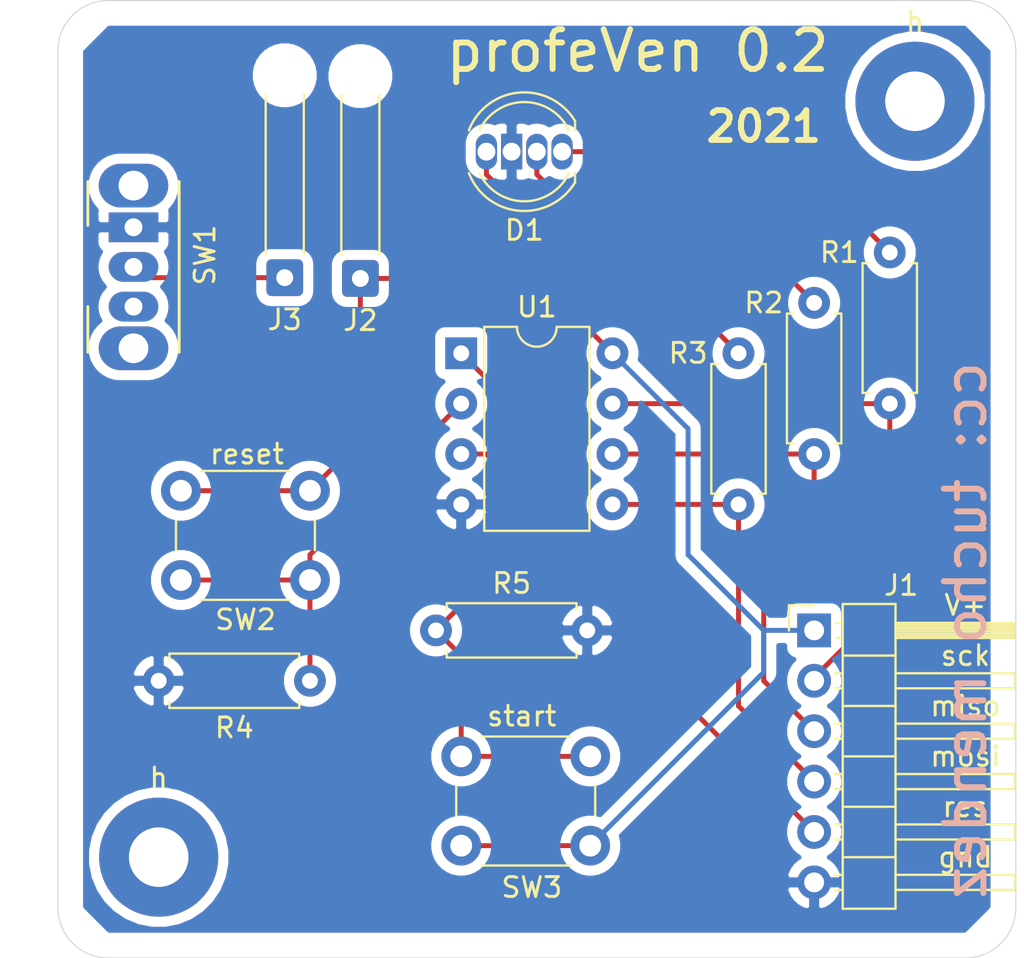
<source format=kicad_pcb>
(kicad_pcb (version 20171130) (host pcbnew 5.1.10-88a1d61d58~88~ubuntu18.04.1)

  (general
    (thickness 1.6)
    (drawings 19)
    (tracks 52)
    (zones 0)
    (modules 15)
    (nets 13)
  )

  (page A4)
  (layers
    (0 F.Cu signal)
    (31 B.Cu signal)
    (32 B.Adhes user hide)
    (33 F.Adhes user hide)
    (34 B.Paste user hide)
    (35 F.Paste user hide)
    (36 B.SilkS user)
    (37 F.SilkS user)
    (38 B.Mask user)
    (39 F.Mask user)
    (40 Dwgs.User user)
    (41 Cmts.User user hide)
    (42 Eco1.User user hide)
    (43 Eco2.User user hide)
    (44 Edge.Cuts user)
    (45 Margin user)
    (46 B.CrtYd user hide)
    (47 F.CrtYd user hide)
    (48 B.Fab user hide)
    (49 F.Fab user hide)
  )

  (setup
    (last_trace_width 0.25)
    (trace_clearance 0.25)
    (zone_clearance 0.508)
    (zone_45_only no)
    (trace_min 0.2)
    (via_size 0.8)
    (via_drill 0.4)
    (via_min_size 0.4)
    (via_min_drill 0.3)
    (uvia_size 0.3)
    (uvia_drill 0.1)
    (uvias_allowed no)
    (uvia_min_size 0.2)
    (uvia_min_drill 0.1)
    (edge_width 0.05)
    (segment_width 0.2)
    (pcb_text_width 0.3)
    (pcb_text_size 1.5 1.5)
    (mod_edge_width 0.12)
    (mod_text_size 1 1)
    (mod_text_width 0.15)
    (pad_size 1.07 1.8)
    (pad_drill 0.9)
    (pad_to_mask_clearance 0)
    (aux_axis_origin 0 0)
    (visible_elements FFFFFF7F)
    (pcbplotparams
      (layerselection 0x010f0_ffffffff)
      (usegerberextensions false)
      (usegerberattributes true)
      (usegerberadvancedattributes true)
      (creategerberjobfile true)
      (excludeedgelayer true)
      (linewidth 0.100000)
      (plotframeref false)
      (viasonmask false)
      (mode 1)
      (useauxorigin false)
      (hpglpennumber 1)
      (hpglpenspeed 20)
      (hpglpendiameter 15.000000)
      (psnegative false)
      (psa4output false)
      (plotreference true)
      (plotvalue true)
      (plotinvisibletext false)
      (padsonsilk false)
      (subtractmaskfromsilk false)
      (outputformat 1)
      (mirror false)
      (drillshape 0)
      (scaleselection 1)
      (outputdirectory "gerber0_2/"))
  )

  (net 0 "")
  (net 1 "Net-(D1-Pad1)")
  (net 2 "Net-(D1-Pad2)")
  (net 3 /g0)
  (net 4 "Net-(D1-Pad4)")
  (net 5 "Net-(J1-Pad2)")
  (net 6 "Net-(J1-Pad3)")
  (net 7 "Net-(J1-Pad4)")
  (net 8 "Net-(J1-Pad5)")
  (net 9 "Net-(R4-Pad1)")
  (net 10 /v0)
  (net 11 "Net-(J3-Pad1)")
  (net 12 "Net-(R5-Pad1)")

  (net_class Default "This is the default net class."
    (clearance 0.25)
    (trace_width 0.25)
    (via_dia 0.8)
    (via_drill 0.4)
    (uvia_dia 0.3)
    (uvia_drill 0.1)
    (add_net /g0)
    (add_net /v0)
    (add_net "Net-(D1-Pad1)")
    (add_net "Net-(D1-Pad2)")
    (add_net "Net-(D1-Pad4)")
    (add_net "Net-(J1-Pad2)")
    (add_net "Net-(J1-Pad3)")
    (add_net "Net-(J1-Pad4)")
    (add_net "Net-(J1-Pad5)")
    (add_net "Net-(J3-Pad1)")
    (add_net "Net-(R4-Pad1)")
    (add_net "Net-(R5-Pad1)")
  )

  (module MountingHole:MountingHole_3mm_Pad (layer F.Cu) (tedit 56D1B4CB) (tstamp 61CABD2F)
    (at 144.78 55.88)
    (descr "Mounting Hole 3mm")
    (tags "mounting hole 3mm")
    (attr virtual)
    (fp_text reference h (at 0 -4) (layer F.SilkS)
      (effects (font (size 1 1) (thickness 0.15)))
    )
    (fp_text value MountingHole_3mm_Pad (at 0 4) (layer F.Fab)
      (effects (font (size 1 1) (thickness 0.15)))
    )
    (fp_circle (center 0 0) (end 3 0) (layer Cmts.User) (width 0.15))
    (fp_circle (center 0 0) (end 3.25 0) (layer F.CrtYd) (width 0.05))
    (fp_text user %R (at 0.3 0) (layer F.Fab)
      (effects (font (size 1 1) (thickness 0.15)))
    )
    (pad 1 thru_hole circle (at 0 0) (size 6 6) (drill 3) (layers *.Cu *.Mask))
  )

  (module MountingHole:MountingHole_3mm_Pad (layer F.Cu) (tedit 56D1B4CB) (tstamp 61CABD01)
    (at 106.68 93.98)
    (descr "Mounting Hole 3mm")
    (tags "mounting hole 3mm")
    (attr virtual)
    (fp_text reference h (at 0 -4) (layer F.SilkS)
      (effects (font (size 1 1) (thickness 0.15)))
    )
    (fp_text value MountingHole_3mm_Pad (at 0 4) (layer F.Fab)
      (effects (font (size 1 1) (thickness 0.15)))
    )
    (fp_circle (center 0 0) (end 3 0) (layer Cmts.User) (width 0.15))
    (fp_circle (center 0 0) (end 3.25 0) (layer F.CrtYd) (width 0.05))
    (fp_text user %R (at 0.3 0) (layer F.Fab)
      (effects (font (size 1 1) (thickness 0.15)))
    )
    (pad 1 thru_hole circle (at 0 0) (size 6 6) (drill 3) (layers *.Cu *.Mask))
  )

  (module Package_DIP:DIP-8_W7.62mm (layer F.Cu) (tedit 5A02E8C5) (tstamp 61CA9FA2)
    (at 121.92 68.58)
    (descr "8-lead though-hole mounted DIP package, row spacing 7.62 mm (300 mils)")
    (tags "THT DIP DIL PDIP 2.54mm 7.62mm 300mil")
    (path /61929EFA)
    (fp_text reference U1 (at 3.81 -2.33) (layer F.SilkS)
      (effects (font (size 1 1) (thickness 0.15)))
    )
    (fp_text value ATtiny85-20PU (at 3.81 9.95) (layer F.Fab)
      (effects (font (size 1 1) (thickness 0.15)))
    )
    (fp_line (start 1.635 -1.27) (end 6.985 -1.27) (layer F.Fab) (width 0.1))
    (fp_line (start 6.985 -1.27) (end 6.985 8.89) (layer F.Fab) (width 0.1))
    (fp_line (start 6.985 8.89) (end 0.635 8.89) (layer F.Fab) (width 0.1))
    (fp_line (start 0.635 8.89) (end 0.635 -0.27) (layer F.Fab) (width 0.1))
    (fp_line (start 0.635 -0.27) (end 1.635 -1.27) (layer F.Fab) (width 0.1))
    (fp_line (start 2.81 -1.33) (end 1.16 -1.33) (layer F.SilkS) (width 0.12))
    (fp_line (start 1.16 -1.33) (end 1.16 8.95) (layer F.SilkS) (width 0.12))
    (fp_line (start 1.16 8.95) (end 6.46 8.95) (layer F.SilkS) (width 0.12))
    (fp_line (start 6.46 8.95) (end 6.46 -1.33) (layer F.SilkS) (width 0.12))
    (fp_line (start 6.46 -1.33) (end 4.81 -1.33) (layer F.SilkS) (width 0.12))
    (fp_line (start -1.1 -1.55) (end -1.1 9.15) (layer F.CrtYd) (width 0.05))
    (fp_line (start -1.1 9.15) (end 8.7 9.15) (layer F.CrtYd) (width 0.05))
    (fp_line (start 8.7 9.15) (end 8.7 -1.55) (layer F.CrtYd) (width 0.05))
    (fp_line (start 8.7 -1.55) (end -1.1 -1.55) (layer F.CrtYd) (width 0.05))
    (fp_text user %R (at 3.81 3.81) (layer F.Fab)
      (effects (font (size 1 1) (thickness 0.15)))
    )
    (fp_arc (start 3.81 -1.33) (end 2.81 -1.33) (angle -180) (layer F.SilkS) (width 0.12))
    (pad 8 thru_hole oval (at 7.62 0) (size 1.6 1.6) (drill 0.8) (layers *.Cu *.Mask)
      (net 10 /v0))
    (pad 4 thru_hole oval (at 0 7.62) (size 1.6 1.6) (drill 0.8) (layers *.Cu *.Mask)
      (net 3 /g0))
    (pad 7 thru_hole oval (at 7.62 2.54) (size 1.6 1.6) (drill 0.8) (layers *.Cu *.Mask)
      (net 5 "Net-(J1-Pad2)"))
    (pad 3 thru_hole oval (at 0 5.08) (size 1.6 1.6) (drill 0.8) (layers *.Cu *.Mask)
      (net 12 "Net-(R5-Pad1)"))
    (pad 6 thru_hole oval (at 7.62 5.08) (size 1.6 1.6) (drill 0.8) (layers *.Cu *.Mask)
      (net 6 "Net-(J1-Pad3)"))
    (pad 2 thru_hole oval (at 0 2.54) (size 1.6 1.6) (drill 0.8) (layers *.Cu *.Mask)
      (net 9 "Net-(R4-Pad1)"))
    (pad 5 thru_hole oval (at 7.62 7.62) (size 1.6 1.6) (drill 0.8) (layers *.Cu *.Mask)
      (net 7 "Net-(J1-Pad4)"))
    (pad 1 thru_hole rect (at 0 0) (size 1.6 1.6) (drill 0.8) (layers *.Cu *.Mask)
      (net 8 "Net-(J1-Pad5)"))
    (model ${KISYS3DMOD}/Package_DIP.3dshapes/DIP-8_W7.62mm.wrl
      (at (xyz 0 0 0))
      (scale (xyz 1 1 1))
      (rotate (xyz 0 0 0))
    )
  )

  (module Button_Switch_THT:SW_PUSH_6mm (layer F.Cu) (tedit 5A02FE31) (tstamp 61CA9F86)
    (at 121.92 88.9)
    (descr https://www.omron.com/ecb/products/pdf/en-b3f.pdf)
    (tags "tact sw push 6mm")
    (path /6198A13A)
    (fp_text reference SW3 (at 3.556 6.604) (layer F.SilkS)
      (effects (font (size 1 1) (thickness 0.15)))
    )
    (fp_text value SW_SPST (at 3.75 6.7) (layer F.Fab)
      (effects (font (size 1 1) (thickness 0.15)))
    )
    (fp_line (start 3.25 -0.75) (end 6.25 -0.75) (layer F.Fab) (width 0.1))
    (fp_line (start 6.25 -0.75) (end 6.25 5.25) (layer F.Fab) (width 0.1))
    (fp_line (start 6.25 5.25) (end 0.25 5.25) (layer F.Fab) (width 0.1))
    (fp_line (start 0.25 5.25) (end 0.25 -0.75) (layer F.Fab) (width 0.1))
    (fp_line (start 0.25 -0.75) (end 3.25 -0.75) (layer F.Fab) (width 0.1))
    (fp_line (start 7.75 6) (end 8 6) (layer F.CrtYd) (width 0.05))
    (fp_line (start 8 6) (end 8 5.75) (layer F.CrtYd) (width 0.05))
    (fp_line (start 7.75 -1.5) (end 8 -1.5) (layer F.CrtYd) (width 0.05))
    (fp_line (start 8 -1.5) (end 8 -1.25) (layer F.CrtYd) (width 0.05))
    (fp_line (start -1.5 -1.25) (end -1.5 -1.5) (layer F.CrtYd) (width 0.05))
    (fp_line (start -1.5 -1.5) (end -1.25 -1.5) (layer F.CrtYd) (width 0.05))
    (fp_line (start -1.5 5.75) (end -1.5 6) (layer F.CrtYd) (width 0.05))
    (fp_line (start -1.5 6) (end -1.25 6) (layer F.CrtYd) (width 0.05))
    (fp_line (start -1.25 -1.5) (end 7.75 -1.5) (layer F.CrtYd) (width 0.05))
    (fp_line (start -1.5 5.75) (end -1.5 -1.25) (layer F.CrtYd) (width 0.05))
    (fp_line (start 7.75 6) (end -1.25 6) (layer F.CrtYd) (width 0.05))
    (fp_line (start 8 -1.25) (end 8 5.75) (layer F.CrtYd) (width 0.05))
    (fp_line (start 1 5.5) (end 5.5 5.5) (layer F.SilkS) (width 0.12))
    (fp_line (start -0.25 1.5) (end -0.25 3) (layer F.SilkS) (width 0.12))
    (fp_line (start 5.5 -1) (end 1 -1) (layer F.SilkS) (width 0.12))
    (fp_line (start 6.75 3) (end 6.75 1.5) (layer F.SilkS) (width 0.12))
    (fp_circle (center 3.25 2.25) (end 1.25 2.5) (layer F.Fab) (width 0.1))
    (fp_text user %R (at 3.25 2.25) (layer F.Fab)
      (effects (font (size 1 1) (thickness 0.15)))
    )
    (pad 1 thru_hole circle (at 6.5 0 90) (size 2 2) (drill 1.1) (layers *.Cu *.Mask)
      (net 12 "Net-(R5-Pad1)"))
    (pad 2 thru_hole circle (at 6.5 4.5 90) (size 2 2) (drill 1.1) (layers *.Cu *.Mask)
      (net 10 /v0))
    (pad 1 thru_hole circle (at 0 0 90) (size 2 2) (drill 1.1) (layers *.Cu *.Mask)
      (net 12 "Net-(R5-Pad1)"))
    (pad 2 thru_hole circle (at 0 4.5 90) (size 2 2) (drill 1.1) (layers *.Cu *.Mask)
      (net 10 /v0))
    (model ${KISYS3DMOD}/Button_Switch_THT.3dshapes/SW_PUSH_6mm.wrl
      (at (xyz 0 0 0))
      (scale (xyz 1 1 1))
      (rotate (xyz 0 0 0))
    )
  )

  (module Button_Switch_THT:SW_PUSH_6mm (layer F.Cu) (tedit 5A02FE31) (tstamp 61CA9F67)
    (at 114.3 80.01 180)
    (descr https://www.omron.com/ecb/products/pdf/en-b3f.pdf)
    (tags "tact sw push 6mm")
    (path /619899CD)
    (fp_text reference SW2 (at 3.25 -2) (layer F.SilkS)
      (effects (font (size 1 1) (thickness 0.15)))
    )
    (fp_text value SW_SPST (at 3.75 6.7) (layer F.Fab)
      (effects (font (size 1 1) (thickness 0.15)))
    )
    (fp_line (start 3.25 -0.75) (end 6.25 -0.75) (layer F.Fab) (width 0.1))
    (fp_line (start 6.25 -0.75) (end 6.25 5.25) (layer F.Fab) (width 0.1))
    (fp_line (start 6.25 5.25) (end 0.25 5.25) (layer F.Fab) (width 0.1))
    (fp_line (start 0.25 5.25) (end 0.25 -0.75) (layer F.Fab) (width 0.1))
    (fp_line (start 0.25 -0.75) (end 3.25 -0.75) (layer F.Fab) (width 0.1))
    (fp_line (start 7.75 6) (end 8 6) (layer F.CrtYd) (width 0.05))
    (fp_line (start 8 6) (end 8 5.75) (layer F.CrtYd) (width 0.05))
    (fp_line (start 7.75 -1.5) (end 8 -1.5) (layer F.CrtYd) (width 0.05))
    (fp_line (start 8 -1.5) (end 8 -1.25) (layer F.CrtYd) (width 0.05))
    (fp_line (start -1.5 -1.25) (end -1.5 -1.5) (layer F.CrtYd) (width 0.05))
    (fp_line (start -1.5 -1.5) (end -1.25 -1.5) (layer F.CrtYd) (width 0.05))
    (fp_line (start -1.5 5.75) (end -1.5 6) (layer F.CrtYd) (width 0.05))
    (fp_line (start -1.5 6) (end -1.25 6) (layer F.CrtYd) (width 0.05))
    (fp_line (start -1.25 -1.5) (end 7.75 -1.5) (layer F.CrtYd) (width 0.05))
    (fp_line (start -1.5 5.75) (end -1.5 -1.25) (layer F.CrtYd) (width 0.05))
    (fp_line (start 7.75 6) (end -1.25 6) (layer F.CrtYd) (width 0.05))
    (fp_line (start 8 -1.25) (end 8 5.75) (layer F.CrtYd) (width 0.05))
    (fp_line (start 1 5.5) (end 5.5 5.5) (layer F.SilkS) (width 0.12))
    (fp_line (start -0.25 1.5) (end -0.25 3) (layer F.SilkS) (width 0.12))
    (fp_line (start 5.5 -1) (end 1 -1) (layer F.SilkS) (width 0.12))
    (fp_line (start 6.75 3) (end 6.75 1.5) (layer F.SilkS) (width 0.12))
    (fp_circle (center 3.25 2.25) (end 1.25 2.5) (layer F.Fab) (width 0.1))
    (fp_text user %R (at 3.25 2.25) (layer F.Fab)
      (effects (font (size 1 1) (thickness 0.15)))
    )
    (pad 1 thru_hole circle (at 6.5 0 270) (size 2 2) (drill 1.1) (layers *.Cu *.Mask)
      (net 9 "Net-(R4-Pad1)"))
    (pad 2 thru_hole circle (at 6.5 4.5 270) (size 2 2) (drill 1.1) (layers *.Cu *.Mask)
      (net 10 /v0))
    (pad 1 thru_hole circle (at 0 0 270) (size 2 2) (drill 1.1) (layers *.Cu *.Mask)
      (net 9 "Net-(R4-Pad1)"))
    (pad 2 thru_hole circle (at 0 4.5 270) (size 2 2) (drill 1.1) (layers *.Cu *.Mask)
      (net 10 /v0))
    (model ${KISYS3DMOD}/Button_Switch_THT.3dshapes/SW_PUSH_6mm.wrl
      (at (xyz 0 0 0))
      (scale (xyz 1 1 1))
      (rotate (xyz 0 0 0))
    )
  )

  (module Button_Switch_THT:SW_CuK_OS102011MA1QN1_SPDT_Angled (layer F.Cu) (tedit 5A02FE31) (tstamp 61CA9F48)
    (at 105.41 62.23 270)
    (descr "CuK miniature slide switch, OS series, SPDT, right angle, http://www.ckswitches.com/media/1428/os.pdf")
    (tags "switch SPDT")
    (path /6192BF98)
    (fp_text reference SW1 (at 1.4 -3.6 90) (layer F.SilkS)
      (effects (font (size 1 1) (thickness 0.15)))
    )
    (fp_text value SW_DIP_x01 (at 1.7 7.7 90) (layer F.Fab)
      (effects (font (size 1 1) (thickness 0.15)))
    )
    (fp_line (start -2.3 -2.2) (end 6.3 -2.2) (layer F.Fab) (width 0.1))
    (fp_line (start -2.3 -2.2) (end -2.3 2.2) (layer F.Fab) (width 0.1))
    (fp_line (start -2.3 2.2) (end 6.3 2.2) (layer F.Fab) (width 0.1))
    (fp_line (start 6.3 2.2) (end 6.3 -2.2) (layer F.Fab) (width 0.1))
    (fp_line (start 2 2.2) (end 2 6.2) (layer F.Fab) (width 0.1))
    (fp_line (start 2 6.2) (end 0 6.2) (layer F.Fab) (width 0.1))
    (fp_line (start 0 6.2) (end 0 2.2) (layer F.Fab) (width 0.1))
    (fp_line (start -2.3 -2.3) (end 6.3 -2.3) (layer F.SilkS) (width 0.15))
    (fp_line (start -2.3 2.3) (end -0.1 2.3) (layer F.SilkS) (width 0.15))
    (fp_line (start 4 2.3) (end 6.3 2.3) (layer F.SilkS) (width 0.15))
    (fp_line (start 7.7 -2.7) (end 7.7 6.7) (layer F.CrtYd) (width 0.05))
    (fp_line (start 7.7 6.7) (end -3.7 6.7) (layer F.CrtYd) (width 0.05))
    (fp_line (start -3.7 6.7) (end -3.7 -2.7) (layer F.CrtYd) (width 0.05))
    (fp_line (start -3.7 -2.7) (end 7.7 -2.7) (layer F.CrtYd) (width 0.05))
    (fp_text user %R (at 2.3 1.7 90) (layer F.Fab)
      (effects (font (size 0.5 0.5) (thickness 0.1)))
    )
    (pad "" thru_hole oval (at 6.1 0 270) (size 2.2 3.5) (drill 1.5) (layers *.Cu *.Mask))
    (pad "" thru_hole oval (at -2.1 0 270) (size 2.2 3.5) (drill 1.5) (layers *.Cu *.Mask))
    (pad 3 thru_hole oval (at 4 0 270) (size 1.5 2.5) (drill 0.9) (layers *.Cu *.Mask))
    (pad 2 thru_hole oval (at 2 0 270) (size 1.5 2.5) (drill 0.9) (layers *.Cu *.Mask)
      (net 11 "Net-(J3-Pad1)"))
    (pad 1 thru_hole rect (at 0 0 270) (size 1.5 2.5) (drill 0.9) (layers *.Cu *.Mask)
      (net 3 /g0))
    (model ${KISYS3DMOD}/Button_Switch_THT.3dshapes/SW_CuK_OS102011MA1QN1_SPDT_Angled.wrl
      (at (xyz 0 0 0))
      (scale (xyz 1 1 1))
      (rotate (xyz 0 0 0))
    )
  )

  (module Resistor_THT:R_Axial_DIN0207_L6.3mm_D2.5mm_P7.62mm_Horizontal (layer F.Cu) (tedit 5AE5139B) (tstamp 61CA9F30)
    (at 120.65 82.55)
    (descr "Resistor, Axial_DIN0207 series, Axial, Horizontal, pin pitch=7.62mm, 0.25W = 1/4W, length*diameter=6.3*2.5mm^2, http://cdn-reichelt.de/documents/datenblatt/B400/1_4W%23YAG.pdf")
    (tags "Resistor Axial_DIN0207 series Axial Horizontal pin pitch 7.62mm 0.25W = 1/4W length 6.3mm diameter 2.5mm")
    (path /6193C7F7)
    (fp_text reference R5 (at 3.81 -2.37) (layer F.SilkS)
      (effects (font (size 1 1) (thickness 0.15)))
    )
    (fp_text value 10K (at 3.81 2.37) (layer F.Fab)
      (effects (font (size 1 1) (thickness 0.15)))
    )
    (fp_line (start 0.66 -1.25) (end 0.66 1.25) (layer F.Fab) (width 0.1))
    (fp_line (start 0.66 1.25) (end 6.96 1.25) (layer F.Fab) (width 0.1))
    (fp_line (start 6.96 1.25) (end 6.96 -1.25) (layer F.Fab) (width 0.1))
    (fp_line (start 6.96 -1.25) (end 0.66 -1.25) (layer F.Fab) (width 0.1))
    (fp_line (start 0 0) (end 0.66 0) (layer F.Fab) (width 0.1))
    (fp_line (start 7.62 0) (end 6.96 0) (layer F.Fab) (width 0.1))
    (fp_line (start 0.54 -1.04) (end 0.54 -1.37) (layer F.SilkS) (width 0.12))
    (fp_line (start 0.54 -1.37) (end 7.08 -1.37) (layer F.SilkS) (width 0.12))
    (fp_line (start 7.08 -1.37) (end 7.08 -1.04) (layer F.SilkS) (width 0.12))
    (fp_line (start 0.54 1.04) (end 0.54 1.37) (layer F.SilkS) (width 0.12))
    (fp_line (start 0.54 1.37) (end 7.08 1.37) (layer F.SilkS) (width 0.12))
    (fp_line (start 7.08 1.37) (end 7.08 1.04) (layer F.SilkS) (width 0.12))
    (fp_line (start -1.05 -1.5) (end -1.05 1.5) (layer F.CrtYd) (width 0.05))
    (fp_line (start -1.05 1.5) (end 8.67 1.5) (layer F.CrtYd) (width 0.05))
    (fp_line (start 8.67 1.5) (end 8.67 -1.5) (layer F.CrtYd) (width 0.05))
    (fp_line (start 8.67 -1.5) (end -1.05 -1.5) (layer F.CrtYd) (width 0.05))
    (fp_text user %R (at 3.81 0) (layer F.Fab)
      (effects (font (size 1 1) (thickness 0.15)))
    )
    (pad 2 thru_hole oval (at 7.62 0) (size 1.6 1.6) (drill 0.8) (layers *.Cu *.Mask)
      (net 3 /g0))
    (pad 1 thru_hole circle (at 0 0) (size 1.6 1.6) (drill 0.8) (layers *.Cu *.Mask)
      (net 12 "Net-(R5-Pad1)"))
    (model ${KISYS3DMOD}/Resistor_THT.3dshapes/R_Axial_DIN0207_L6.3mm_D2.5mm_P7.62mm_Horizontal.wrl
      (at (xyz 0 0 0))
      (scale (xyz 1 1 1))
      (rotate (xyz 0 0 0))
    )
  )

  (module Resistor_THT:R_Axial_DIN0207_L6.3mm_D2.5mm_P7.62mm_Horizontal (layer F.Cu) (tedit 5AE5139B) (tstamp 61CA9F19)
    (at 114.3 85.09 180)
    (descr "Resistor, Axial_DIN0207 series, Axial, Horizontal, pin pitch=7.62mm, 0.25W = 1/4W, length*diameter=6.3*2.5mm^2, http://cdn-reichelt.de/documents/datenblatt/B400/1_4W%23YAG.pdf")
    (tags "Resistor Axial_DIN0207 series Axial Horizontal pin pitch 7.62mm 0.25W = 1/4W length 6.3mm diameter 2.5mm")
    (path /6193C1A6)
    (fp_text reference R4 (at 3.81 -2.37) (layer F.SilkS)
      (effects (font (size 1 1) (thickness 0.15)))
    )
    (fp_text value 10K (at 3.81 2.37) (layer F.Fab)
      (effects (font (size 1 1) (thickness 0.15)))
    )
    (fp_line (start 0.66 -1.25) (end 0.66 1.25) (layer F.Fab) (width 0.1))
    (fp_line (start 0.66 1.25) (end 6.96 1.25) (layer F.Fab) (width 0.1))
    (fp_line (start 6.96 1.25) (end 6.96 -1.25) (layer F.Fab) (width 0.1))
    (fp_line (start 6.96 -1.25) (end 0.66 -1.25) (layer F.Fab) (width 0.1))
    (fp_line (start 0 0) (end 0.66 0) (layer F.Fab) (width 0.1))
    (fp_line (start 7.62 0) (end 6.96 0) (layer F.Fab) (width 0.1))
    (fp_line (start 0.54 -1.04) (end 0.54 -1.37) (layer F.SilkS) (width 0.12))
    (fp_line (start 0.54 -1.37) (end 7.08 -1.37) (layer F.SilkS) (width 0.12))
    (fp_line (start 7.08 -1.37) (end 7.08 -1.04) (layer F.SilkS) (width 0.12))
    (fp_line (start 0.54 1.04) (end 0.54 1.37) (layer F.SilkS) (width 0.12))
    (fp_line (start 0.54 1.37) (end 7.08 1.37) (layer F.SilkS) (width 0.12))
    (fp_line (start 7.08 1.37) (end 7.08 1.04) (layer F.SilkS) (width 0.12))
    (fp_line (start -1.05 -1.5) (end -1.05 1.5) (layer F.CrtYd) (width 0.05))
    (fp_line (start -1.05 1.5) (end 8.67 1.5) (layer F.CrtYd) (width 0.05))
    (fp_line (start 8.67 1.5) (end 8.67 -1.5) (layer F.CrtYd) (width 0.05))
    (fp_line (start 8.67 -1.5) (end -1.05 -1.5) (layer F.CrtYd) (width 0.05))
    (fp_text user %R (at 3.81 0) (layer F.Fab)
      (effects (font (size 1 1) (thickness 0.15)))
    )
    (pad 2 thru_hole oval (at 7.62 0 180) (size 1.6 1.6) (drill 0.8) (layers *.Cu *.Mask)
      (net 3 /g0))
    (pad 1 thru_hole circle (at 0 0 180) (size 1.6 1.6) (drill 0.8) (layers *.Cu *.Mask)
      (net 9 "Net-(R4-Pad1)"))
    (model ${KISYS3DMOD}/Resistor_THT.3dshapes/R_Axial_DIN0207_L6.3mm_D2.5mm_P7.62mm_Horizontal.wrl
      (at (xyz 0 0 0))
      (scale (xyz 1 1 1))
      (rotate (xyz 0 0 0))
    )
  )

  (module Resistor_THT:R_Axial_DIN0207_L6.3mm_D2.5mm_P7.62mm_Horizontal (layer F.Cu) (tedit 5AE5139B) (tstamp 61CA9F02)
    (at 135.89 68.58 270)
    (descr "Resistor, Axial_DIN0207 series, Axial, Horizontal, pin pitch=7.62mm, 0.25W = 1/4W, length*diameter=6.3*2.5mm^2, http://cdn-reichelt.de/documents/datenblatt/B400/1_4W%23YAG.pdf")
    (tags "Resistor Axial_DIN0207 series Axial Horizontal pin pitch 7.62mm 0.25W = 1/4W length 6.3mm diameter 2.5mm")
    (path /6192F3DC)
    (fp_text reference R3 (at 0 2.54 180) (layer F.SilkS)
      (effects (font (size 1 1) (thickness 0.15)))
    )
    (fp_text value 330 (at 3.81 2.37 90) (layer F.Fab)
      (effects (font (size 1 1) (thickness 0.15)))
    )
    (fp_line (start 0.66 -1.25) (end 0.66 1.25) (layer F.Fab) (width 0.1))
    (fp_line (start 0.66 1.25) (end 6.96 1.25) (layer F.Fab) (width 0.1))
    (fp_line (start 6.96 1.25) (end 6.96 -1.25) (layer F.Fab) (width 0.1))
    (fp_line (start 6.96 -1.25) (end 0.66 -1.25) (layer F.Fab) (width 0.1))
    (fp_line (start 0 0) (end 0.66 0) (layer F.Fab) (width 0.1))
    (fp_line (start 7.62 0) (end 6.96 0) (layer F.Fab) (width 0.1))
    (fp_line (start 0.54 -1.04) (end 0.54 -1.37) (layer F.SilkS) (width 0.12))
    (fp_line (start 0.54 -1.37) (end 7.08 -1.37) (layer F.SilkS) (width 0.12))
    (fp_line (start 7.08 -1.37) (end 7.08 -1.04) (layer F.SilkS) (width 0.12))
    (fp_line (start 0.54 1.04) (end 0.54 1.37) (layer F.SilkS) (width 0.12))
    (fp_line (start 0.54 1.37) (end 7.08 1.37) (layer F.SilkS) (width 0.12))
    (fp_line (start 7.08 1.37) (end 7.08 1.04) (layer F.SilkS) (width 0.12))
    (fp_line (start -1.05 -1.5) (end -1.05 1.5) (layer F.CrtYd) (width 0.05))
    (fp_line (start -1.05 1.5) (end 8.67 1.5) (layer F.CrtYd) (width 0.05))
    (fp_line (start 8.67 1.5) (end 8.67 -1.5) (layer F.CrtYd) (width 0.05))
    (fp_line (start 8.67 -1.5) (end -1.05 -1.5) (layer F.CrtYd) (width 0.05))
    (fp_text user %R (at 3.81 0 90) (layer F.Fab)
      (effects (font (size 1 1) (thickness 0.15)))
    )
    (pad 2 thru_hole oval (at 7.62 0 270) (size 1.6 1.6) (drill 0.8) (layers *.Cu *.Mask)
      (net 7 "Net-(J1-Pad4)"))
    (pad 1 thru_hole circle (at 0 0 270) (size 1.6 1.6) (drill 0.8) (layers *.Cu *.Mask)
      (net 4 "Net-(D1-Pad4)"))
    (model ${KISYS3DMOD}/Resistor_THT.3dshapes/R_Axial_DIN0207_L6.3mm_D2.5mm_P7.62mm_Horizontal.wrl
      (at (xyz 0 0 0))
      (scale (xyz 1 1 1))
      (rotate (xyz 0 0 0))
    )
  )

  (module Resistor_THT:R_Axial_DIN0207_L6.3mm_D2.5mm_P7.62mm_Horizontal (layer F.Cu) (tedit 5AE5139B) (tstamp 61CA9EEB)
    (at 139.7 66.04 270)
    (descr "Resistor, Axial_DIN0207 series, Axial, Horizontal, pin pitch=7.62mm, 0.25W = 1/4W, length*diameter=6.3*2.5mm^2, http://cdn-reichelt.de/documents/datenblatt/B400/1_4W%23YAG.pdf")
    (tags "Resistor Axial_DIN0207 series Axial Horizontal pin pitch 7.62mm 0.25W = 1/4W length 6.3mm diameter 2.5mm")
    (path /6192E0BF)
    (fp_text reference R2 (at 0 2.54 180) (layer F.SilkS)
      (effects (font (size 1 1) (thickness 0.15)))
    )
    (fp_text value 330 (at 3.81 2.37 90) (layer F.Fab)
      (effects (font (size 1 1) (thickness 0.15)))
    )
    (fp_line (start 0.66 -1.25) (end 0.66 1.25) (layer F.Fab) (width 0.1))
    (fp_line (start 0.66 1.25) (end 6.96 1.25) (layer F.Fab) (width 0.1))
    (fp_line (start 6.96 1.25) (end 6.96 -1.25) (layer F.Fab) (width 0.1))
    (fp_line (start 6.96 -1.25) (end 0.66 -1.25) (layer F.Fab) (width 0.1))
    (fp_line (start 0 0) (end 0.66 0) (layer F.Fab) (width 0.1))
    (fp_line (start 7.62 0) (end 6.96 0) (layer F.Fab) (width 0.1))
    (fp_line (start 0.54 -1.04) (end 0.54 -1.37) (layer F.SilkS) (width 0.12))
    (fp_line (start 0.54 -1.37) (end 7.08 -1.37) (layer F.SilkS) (width 0.12))
    (fp_line (start 7.08 -1.37) (end 7.08 -1.04) (layer F.SilkS) (width 0.12))
    (fp_line (start 0.54 1.04) (end 0.54 1.37) (layer F.SilkS) (width 0.12))
    (fp_line (start 0.54 1.37) (end 7.08 1.37) (layer F.SilkS) (width 0.12))
    (fp_line (start 7.08 1.37) (end 7.08 1.04) (layer F.SilkS) (width 0.12))
    (fp_line (start -1.05 -1.5) (end -1.05 1.5) (layer F.CrtYd) (width 0.05))
    (fp_line (start -1.05 1.5) (end 8.67 1.5) (layer F.CrtYd) (width 0.05))
    (fp_line (start 8.67 1.5) (end 8.67 -1.5) (layer F.CrtYd) (width 0.05))
    (fp_line (start 8.67 -1.5) (end -1.05 -1.5) (layer F.CrtYd) (width 0.05))
    (fp_text user %R (at 3.81 0 90) (layer F.Fab)
      (effects (font (size 1 1) (thickness 0.15)))
    )
    (pad 2 thru_hole oval (at 7.62 0 270) (size 1.6 1.6) (drill 0.8) (layers *.Cu *.Mask)
      (net 6 "Net-(J1-Pad3)"))
    (pad 1 thru_hole circle (at 0 0 270) (size 1.6 1.6) (drill 0.8) (layers *.Cu *.Mask)
      (net 2 "Net-(D1-Pad2)"))
    (model ${KISYS3DMOD}/Resistor_THT.3dshapes/R_Axial_DIN0207_L6.3mm_D2.5mm_P7.62mm_Horizontal.wrl
      (at (xyz 0 0 0))
      (scale (xyz 1 1 1))
      (rotate (xyz 0 0 0))
    )
  )

  (module Resistor_THT:R_Axial_DIN0207_L6.3mm_D2.5mm_P7.62mm_Horizontal (layer F.Cu) (tedit 5AE5139B) (tstamp 61CA9ED4)
    (at 143.51 63.5 270)
    (descr "Resistor, Axial_DIN0207 series, Axial, Horizontal, pin pitch=7.62mm, 0.25W = 1/4W, length*diameter=6.3*2.5mm^2, http://cdn-reichelt.de/documents/datenblatt/B400/1_4W%23YAG.pdf")
    (tags "Resistor Axial_DIN0207 series Axial Horizontal pin pitch 7.62mm 0.25W = 1/4W length 6.3mm diameter 2.5mm")
    (path /6192F6F4)
    (fp_text reference R1 (at 0 2.54 180) (layer F.SilkS)
      (effects (font (size 1 1) (thickness 0.15)))
    )
    (fp_text value 220 (at 3.81 2.37 90) (layer F.Fab)
      (effects (font (size 1 1) (thickness 0.15)))
    )
    (fp_line (start 0.66 -1.25) (end 0.66 1.25) (layer F.Fab) (width 0.1))
    (fp_line (start 0.66 1.25) (end 6.96 1.25) (layer F.Fab) (width 0.1))
    (fp_line (start 6.96 1.25) (end 6.96 -1.25) (layer F.Fab) (width 0.1))
    (fp_line (start 6.96 -1.25) (end 0.66 -1.25) (layer F.Fab) (width 0.1))
    (fp_line (start 0 0) (end 0.66 0) (layer F.Fab) (width 0.1))
    (fp_line (start 7.62 0) (end 6.96 0) (layer F.Fab) (width 0.1))
    (fp_line (start 0.54 -1.04) (end 0.54 -1.37) (layer F.SilkS) (width 0.12))
    (fp_line (start 0.54 -1.37) (end 7.08 -1.37) (layer F.SilkS) (width 0.12))
    (fp_line (start 7.08 -1.37) (end 7.08 -1.04) (layer F.SilkS) (width 0.12))
    (fp_line (start 0.54 1.04) (end 0.54 1.37) (layer F.SilkS) (width 0.12))
    (fp_line (start 0.54 1.37) (end 7.08 1.37) (layer F.SilkS) (width 0.12))
    (fp_line (start 7.08 1.37) (end 7.08 1.04) (layer F.SilkS) (width 0.12))
    (fp_line (start -1.05 -1.5) (end -1.05 1.5) (layer F.CrtYd) (width 0.05))
    (fp_line (start -1.05 1.5) (end 8.67 1.5) (layer F.CrtYd) (width 0.05))
    (fp_line (start 8.67 1.5) (end 8.67 -1.5) (layer F.CrtYd) (width 0.05))
    (fp_line (start 8.67 -1.5) (end -1.05 -1.5) (layer F.CrtYd) (width 0.05))
    (fp_text user %R (at 3.81 0 90) (layer F.Fab)
      (effects (font (size 1 1) (thickness 0.15)))
    )
    (pad 2 thru_hole oval (at 7.62 0 270) (size 1.6 1.6) (drill 0.8) (layers *.Cu *.Mask)
      (net 5 "Net-(J1-Pad2)"))
    (pad 1 thru_hole circle (at 0 0 270) (size 1.6 1.6) (drill 0.8) (layers *.Cu *.Mask)
      (net 1 "Net-(D1-Pad1)"))
    (model ${KISYS3DMOD}/Resistor_THT.3dshapes/R_Axial_DIN0207_L6.3mm_D2.5mm_P7.62mm_Horizontal.wrl
      (at (xyz 0 0 0))
      (scale (xyz 1 1 1))
      (rotate (xyz 0 0 0))
    )
  )

  (module Connector_Wire:SolderWire-0.25sqmm_1x01_D0.65mm_OD1.7mm_Relief (layer F.Cu) (tedit 5EB70B43) (tstamp 61CA9EBD)
    (at 113.03 64.77 180)
    (descr "Soldered wire connection with feed through strain relief, for a single 0.25 mm² wire, basic insulation, conductor diameter 0.65mm, outer diameter 1.7mm, size source Multi-Contact FLEXI-E_0.25 (https://ec.staubli.com/AcroFiles/Catalogues/TM_Cab-Main-11014119_(en)_hi.pdf), bend radius 3 times outer diameter, generated with kicad-footprint-generator")
    (tags "connector wire 0.25sqmm strain-relief")
    (path /619519A2)
    (attr virtual)
    (fp_text reference J3 (at 0 -2.12) (layer F.SilkS)
      (effects (font (size 1 1) (thickness 0.15)))
    )
    (fp_text value Conn_01x01_Female (at 0 12.5) (layer F.Fab)
      (effects (font (size 1 1) (thickness 0.15)))
    )
    (fp_circle (center 0 0) (end 0.85 0) (layer F.Fab) (width 0.1))
    (fp_circle (center 0 10.2) (end 0.85 10.2) (layer F.Fab) (width 0.1))
    (fp_line (start -0.85 0) (end -0.85 10.2) (layer F.Fab) (width 0.1))
    (fp_line (start 0.85 0) (end 0.85 10.2) (layer F.Fab) (width 0.1))
    (fp_line (start 0.96 1.185) (end 0.96 9.24) (layer F.SilkS) (width 0.12))
    (fp_line (start -0.96 1.185) (end -0.96 9.24) (layer F.SilkS) (width 0.12))
    (fp_line (start -1.6 -1.42) (end -1.6 11.8) (layer F.CrtYd) (width 0.05))
    (fp_line (start -1.6 11.8) (end 1.6 11.8) (layer F.CrtYd) (width 0.05))
    (fp_line (start 1.6 11.8) (end 1.6 -1.42) (layer F.CrtYd) (width 0.05))
    (fp_line (start 1.6 -1.42) (end -1.6 -1.42) (layer F.CrtYd) (width 0.05))
    (fp_line (start -1.6 8.6) (end -1.6 11.8) (layer B.CrtYd) (width 0.05))
    (fp_line (start -1.6 11.8) (end 1.6 11.8) (layer B.CrtYd) (width 0.05))
    (fp_line (start 1.6 11.8) (end 1.6 8.6) (layer B.CrtYd) (width 0.05))
    (fp_line (start 1.6 8.6) (end -1.6 8.6) (layer B.CrtYd) (width 0.05))
    (fp_text user %R (at 0 5.1 90) (layer F.Fab)
      (effects (font (size 1 1) (thickness 0.15)))
    )
    (pad "" np_thru_hole circle (at 0 10.2 180) (size 2.2 2.2) (drill 2.2) (layers *.Cu *.Mask))
    (pad 1 thru_hole roundrect (at 0 0 180) (size 1.85 1.85) (drill 0.85) (layers *.Cu *.Mask) (roundrect_rratio 0.1351345945945946)
      (net 11 "Net-(J3-Pad1)"))
    (model ${KISYS3DMOD}/Connector_Wire.3dshapes/SolderWire-0.25sqmm_1x01_D0.65mm_OD1.7mm_Relief.wrl
      (at (xyz 0 0 0))
      (scale (xyz 1 1 1))
      (rotate (xyz 0 0 0))
    )
  )

  (module Connector_Wire:SolderWire-0.25sqmm_1x01_D0.65mm_OD1.7mm_Relief (layer F.Cu) (tedit 5EB70B43) (tstamp 61CA9EA8)
    (at 116.84 64.81 180)
    (descr "Soldered wire connection with feed through strain relief, for a single 0.25 mm² wire, basic insulation, conductor diameter 0.65mm, outer diameter 1.7mm, size source Multi-Contact FLEXI-E_0.25 (https://ec.staubli.com/AcroFiles/Catalogues/TM_Cab-Main-11014119_(en)_hi.pdf), bend radius 3 times outer diameter, generated with kicad-footprint-generator")
    (tags "connector wire 0.25sqmm strain-relief")
    (path /61943CB4)
    (attr virtual)
    (fp_text reference J2 (at 0 -2.12) (layer F.SilkS)
      (effects (font (size 1 1) (thickness 0.15)))
    )
    (fp_text value Conn_01x01_Female (at 0 12.5) (layer F.Fab)
      (effects (font (size 1 1) (thickness 0.15)))
    )
    (fp_circle (center 0 0) (end 0.85 0) (layer F.Fab) (width 0.1))
    (fp_circle (center 0 10.2) (end 0.85 10.2) (layer F.Fab) (width 0.1))
    (fp_line (start -0.85 0) (end -0.85 10.2) (layer F.Fab) (width 0.1))
    (fp_line (start 0.85 0) (end 0.85 10.2) (layer F.Fab) (width 0.1))
    (fp_line (start 0.96 1.185) (end 0.96 9.24) (layer F.SilkS) (width 0.12))
    (fp_line (start -0.96 1.185) (end -0.96 9.24) (layer F.SilkS) (width 0.12))
    (fp_line (start -1.6 -1.42) (end -1.6 11.8) (layer F.CrtYd) (width 0.05))
    (fp_line (start -1.6 11.8) (end 1.6 11.8) (layer F.CrtYd) (width 0.05))
    (fp_line (start 1.6 11.8) (end 1.6 -1.42) (layer F.CrtYd) (width 0.05))
    (fp_line (start 1.6 -1.42) (end -1.6 -1.42) (layer F.CrtYd) (width 0.05))
    (fp_line (start -1.6 8.6) (end -1.6 11.8) (layer B.CrtYd) (width 0.05))
    (fp_line (start -1.6 11.8) (end 1.6 11.8) (layer B.CrtYd) (width 0.05))
    (fp_line (start 1.6 11.8) (end 1.6 8.6) (layer B.CrtYd) (width 0.05))
    (fp_line (start 1.6 8.6) (end -1.6 8.6) (layer B.CrtYd) (width 0.05))
    (fp_text user %R (at 0 5.1 90) (layer F.Fab)
      (effects (font (size 1 1) (thickness 0.15)))
    )
    (pad "" np_thru_hole circle (at 0 10.2 180) (size 2.2 2.2) (drill 2.2) (layers *.Cu *.Mask))
    (pad 1 thru_hole roundrect (at 0 0 180) (size 1.85 1.85) (drill 0.85) (layers *.Cu *.Mask) (roundrect_rratio 0.1351345945945946)
      (net 10 /v0))
    (model ${KISYS3DMOD}/Connector_Wire.3dshapes/SolderWire-0.25sqmm_1x01_D0.65mm_OD1.7mm_Relief.wrl
      (at (xyz 0 0 0))
      (scale (xyz 1 1 1))
      (rotate (xyz 0 0 0))
    )
  )

  (module Connector_PinHeader_2.54mm:PinHeader_1x06_P2.54mm_Horizontal (layer F.Cu) (tedit 59FED5CB) (tstamp 61CA9E93)
    (at 139.7 82.55)
    (descr "Through hole angled pin header, 1x06, 2.54mm pitch, 6mm pin length, single row")
    (tags "Through hole angled pin header THT 1x06 2.54mm single row")
    (path /619370B0)
    (fp_text reference J1 (at 4.385 -2.27) (layer F.SilkS)
      (effects (font (size 1 1) (thickness 0.15)))
    )
    (fp_text value Conn_01x06_Female (at 4.385 14.97) (layer F.Fab)
      (effects (font (size 1 1) (thickness 0.15)))
    )
    (fp_line (start 2.135 -1.27) (end 4.04 -1.27) (layer F.Fab) (width 0.1))
    (fp_line (start 4.04 -1.27) (end 4.04 13.97) (layer F.Fab) (width 0.1))
    (fp_line (start 4.04 13.97) (end 1.5 13.97) (layer F.Fab) (width 0.1))
    (fp_line (start 1.5 13.97) (end 1.5 -0.635) (layer F.Fab) (width 0.1))
    (fp_line (start 1.5 -0.635) (end 2.135 -1.27) (layer F.Fab) (width 0.1))
    (fp_line (start -0.32 -0.32) (end 1.5 -0.32) (layer F.Fab) (width 0.1))
    (fp_line (start -0.32 -0.32) (end -0.32 0.32) (layer F.Fab) (width 0.1))
    (fp_line (start -0.32 0.32) (end 1.5 0.32) (layer F.Fab) (width 0.1))
    (fp_line (start 4.04 -0.32) (end 10.04 -0.32) (layer F.Fab) (width 0.1))
    (fp_line (start 10.04 -0.32) (end 10.04 0.32) (layer F.Fab) (width 0.1))
    (fp_line (start 4.04 0.32) (end 10.04 0.32) (layer F.Fab) (width 0.1))
    (fp_line (start -0.32 2.22) (end 1.5 2.22) (layer F.Fab) (width 0.1))
    (fp_line (start -0.32 2.22) (end -0.32 2.86) (layer F.Fab) (width 0.1))
    (fp_line (start -0.32 2.86) (end 1.5 2.86) (layer F.Fab) (width 0.1))
    (fp_line (start 4.04 2.22) (end 10.04 2.22) (layer F.Fab) (width 0.1))
    (fp_line (start 10.04 2.22) (end 10.04 2.86) (layer F.Fab) (width 0.1))
    (fp_line (start 4.04 2.86) (end 10.04 2.86) (layer F.Fab) (width 0.1))
    (fp_line (start -0.32 4.76) (end 1.5 4.76) (layer F.Fab) (width 0.1))
    (fp_line (start -0.32 4.76) (end -0.32 5.4) (layer F.Fab) (width 0.1))
    (fp_line (start -0.32 5.4) (end 1.5 5.4) (layer F.Fab) (width 0.1))
    (fp_line (start 4.04 4.76) (end 10.04 4.76) (layer F.Fab) (width 0.1))
    (fp_line (start 10.04 4.76) (end 10.04 5.4) (layer F.Fab) (width 0.1))
    (fp_line (start 4.04 5.4) (end 10.04 5.4) (layer F.Fab) (width 0.1))
    (fp_line (start -0.32 7.3) (end 1.5 7.3) (layer F.Fab) (width 0.1))
    (fp_line (start -0.32 7.3) (end -0.32 7.94) (layer F.Fab) (width 0.1))
    (fp_line (start -0.32 7.94) (end 1.5 7.94) (layer F.Fab) (width 0.1))
    (fp_line (start 4.04 7.3) (end 10.04 7.3) (layer F.Fab) (width 0.1))
    (fp_line (start 10.04 7.3) (end 10.04 7.94) (layer F.Fab) (width 0.1))
    (fp_line (start 4.04 7.94) (end 10.04 7.94) (layer F.Fab) (width 0.1))
    (fp_line (start -0.32 9.84) (end 1.5 9.84) (layer F.Fab) (width 0.1))
    (fp_line (start -0.32 9.84) (end -0.32 10.48) (layer F.Fab) (width 0.1))
    (fp_line (start -0.32 10.48) (end 1.5 10.48) (layer F.Fab) (width 0.1))
    (fp_line (start 4.04 9.84) (end 10.04 9.84) (layer F.Fab) (width 0.1))
    (fp_line (start 10.04 9.84) (end 10.04 10.48) (layer F.Fab) (width 0.1))
    (fp_line (start 4.04 10.48) (end 10.04 10.48) (layer F.Fab) (width 0.1))
    (fp_line (start -0.32 12.38) (end 1.5 12.38) (layer F.Fab) (width 0.1))
    (fp_line (start -0.32 12.38) (end -0.32 13.02) (layer F.Fab) (width 0.1))
    (fp_line (start -0.32 13.02) (end 1.5 13.02) (layer F.Fab) (width 0.1))
    (fp_line (start 4.04 12.38) (end 10.04 12.38) (layer F.Fab) (width 0.1))
    (fp_line (start 10.04 12.38) (end 10.04 13.02) (layer F.Fab) (width 0.1))
    (fp_line (start 4.04 13.02) (end 10.04 13.02) (layer F.Fab) (width 0.1))
    (fp_line (start 1.44 -1.33) (end 1.44 14.03) (layer F.SilkS) (width 0.12))
    (fp_line (start 1.44 14.03) (end 4.1 14.03) (layer F.SilkS) (width 0.12))
    (fp_line (start 4.1 14.03) (end 4.1 -1.33) (layer F.SilkS) (width 0.12))
    (fp_line (start 4.1 -1.33) (end 1.44 -1.33) (layer F.SilkS) (width 0.12))
    (fp_line (start 4.1 -0.38) (end 10.1 -0.38) (layer F.SilkS) (width 0.12))
    (fp_line (start 10.1 -0.38) (end 10.1 0.38) (layer F.SilkS) (width 0.12))
    (fp_line (start 10.1 0.38) (end 4.1 0.38) (layer F.SilkS) (width 0.12))
    (fp_line (start 4.1 -0.32) (end 10.1 -0.32) (layer F.SilkS) (width 0.12))
    (fp_line (start 4.1 -0.2) (end 10.1 -0.2) (layer F.SilkS) (width 0.12))
    (fp_line (start 4.1 -0.08) (end 10.1 -0.08) (layer F.SilkS) (width 0.12))
    (fp_line (start 4.1 0.04) (end 10.1 0.04) (layer F.SilkS) (width 0.12))
    (fp_line (start 4.1 0.16) (end 10.1 0.16) (layer F.SilkS) (width 0.12))
    (fp_line (start 4.1 0.28) (end 10.1 0.28) (layer F.SilkS) (width 0.12))
    (fp_line (start 1.11 -0.38) (end 1.44 -0.38) (layer F.SilkS) (width 0.12))
    (fp_line (start 1.11 0.38) (end 1.44 0.38) (layer F.SilkS) (width 0.12))
    (fp_line (start 1.44 1.27) (end 4.1 1.27) (layer F.SilkS) (width 0.12))
    (fp_line (start 4.1 2.16) (end 10.1 2.16) (layer F.SilkS) (width 0.12))
    (fp_line (start 10.1 2.16) (end 10.1 2.92) (layer F.SilkS) (width 0.12))
    (fp_line (start 10.1 2.92) (end 4.1 2.92) (layer F.SilkS) (width 0.12))
    (fp_line (start 1.042929 2.16) (end 1.44 2.16) (layer F.SilkS) (width 0.12))
    (fp_line (start 1.042929 2.92) (end 1.44 2.92) (layer F.SilkS) (width 0.12))
    (fp_line (start 1.44 3.81) (end 4.1 3.81) (layer F.SilkS) (width 0.12))
    (fp_line (start 4.1 4.7) (end 10.1 4.7) (layer F.SilkS) (width 0.12))
    (fp_line (start 10.1 4.7) (end 10.1 5.46) (layer F.SilkS) (width 0.12))
    (fp_line (start 10.1 5.46) (end 4.1 5.46) (layer F.SilkS) (width 0.12))
    (fp_line (start 1.042929 4.7) (end 1.44 4.7) (layer F.SilkS) (width 0.12))
    (fp_line (start 1.042929 5.46) (end 1.44 5.46) (layer F.SilkS) (width 0.12))
    (fp_line (start 1.44 6.35) (end 4.1 6.35) (layer F.SilkS) (width 0.12))
    (fp_line (start 4.1 7.24) (end 10.1 7.24) (layer F.SilkS) (width 0.12))
    (fp_line (start 10.1 7.24) (end 10.1 8) (layer F.SilkS) (width 0.12))
    (fp_line (start 10.1 8) (end 4.1 8) (layer F.SilkS) (width 0.12))
    (fp_line (start 1.042929 7.24) (end 1.44 7.24) (layer F.SilkS) (width 0.12))
    (fp_line (start 1.042929 8) (end 1.44 8) (layer F.SilkS) (width 0.12))
    (fp_line (start 1.44 8.89) (end 4.1 8.89) (layer F.SilkS) (width 0.12))
    (fp_line (start 4.1 9.78) (end 10.1 9.78) (layer F.SilkS) (width 0.12))
    (fp_line (start 10.1 9.78) (end 10.1 10.54) (layer F.SilkS) (width 0.12))
    (fp_line (start 10.1 10.54) (end 4.1 10.54) (layer F.SilkS) (width 0.12))
    (fp_line (start 1.042929 9.78) (end 1.44 9.78) (layer F.SilkS) (width 0.12))
    (fp_line (start 1.042929 10.54) (end 1.44 10.54) (layer F.SilkS) (width 0.12))
    (fp_line (start 1.44 11.43) (end 4.1 11.43) (layer F.SilkS) (width 0.12))
    (fp_line (start 4.1 12.32) (end 10.1 12.32) (layer F.SilkS) (width 0.12))
    (fp_line (start 10.1 12.32) (end 10.1 13.08) (layer F.SilkS) (width 0.12))
    (fp_line (start 10.1 13.08) (end 4.1 13.08) (layer F.SilkS) (width 0.12))
    (fp_line (start 1.042929 12.32) (end 1.44 12.32) (layer F.SilkS) (width 0.12))
    (fp_line (start 1.042929 13.08) (end 1.44 13.08) (layer F.SilkS) (width 0.12))
    (fp_line (start -1.27 0) (end -1.27 -1.27) (layer F.SilkS) (width 0.12))
    (fp_line (start -1.27 -1.27) (end 0 -1.27) (layer F.SilkS) (width 0.12))
    (fp_line (start -1.8 -1.8) (end -1.8 14.5) (layer F.CrtYd) (width 0.05))
    (fp_line (start -1.8 14.5) (end 10.55 14.5) (layer F.CrtYd) (width 0.05))
    (fp_line (start 10.55 14.5) (end 10.55 -1.8) (layer F.CrtYd) (width 0.05))
    (fp_line (start 10.55 -1.8) (end -1.8 -1.8) (layer F.CrtYd) (width 0.05))
    (fp_text user %R (at 2.77 6.35 90) (layer F.Fab)
      (effects (font (size 1 1) (thickness 0.15)))
    )
    (pad 6 thru_hole oval (at 0 12.7) (size 1.7 1.7) (drill 1) (layers *.Cu *.Mask)
      (net 3 /g0))
    (pad 5 thru_hole oval (at 0 10.16) (size 1.7 1.7) (drill 1) (layers *.Cu *.Mask)
      (net 8 "Net-(J1-Pad5)"))
    (pad 4 thru_hole oval (at 0 7.62) (size 1.7 1.7) (drill 1) (layers *.Cu *.Mask)
      (net 7 "Net-(J1-Pad4)"))
    (pad 3 thru_hole oval (at 0 5.08) (size 1.7 1.7) (drill 1) (layers *.Cu *.Mask)
      (net 6 "Net-(J1-Pad3)"))
    (pad 2 thru_hole oval (at 0 2.54) (size 1.7 1.7) (drill 1) (layers *.Cu *.Mask)
      (net 5 "Net-(J1-Pad2)"))
    (pad 1 thru_hole rect (at 0 0) (size 1.7 1.7) (drill 1) (layers *.Cu *.Mask)
      (net 10 /v0))
    (model ${KISYS3DMOD}/Connector_PinHeader_2.54mm.3dshapes/PinHeader_1x06_P2.54mm_Horizontal.wrl
      (at (xyz 0 0 0))
      (scale (xyz 1 1 1))
      (rotate (xyz 0 0 0))
    )
  )

  (module LED_THT:LED_D5.0mm-4_RGB (layer F.Cu) (tedit 61CA4288) (tstamp 61CA9E2C)
    (at 127 58.42 180)
    (descr "LED, diameter 5.0mm, 2 pins, diameter 5.0mm, 3 pins, diameter 5.0mm, 4 pins, http://www.kingbright.com/attachments/file/psearch/000/00/00/L-154A4SUREQBFZGEW(Ver.9A).pdf")
    (tags "LED diameter 5.0mm 2 pins diameter 5.0mm 3 pins diameter 5.0mm 4 pins RGB RGBLED")
    (path /6192B196)
    (fp_text reference D1 (at 1.905 -3.96) (layer F.SilkS)
      (effects (font (size 1 1) (thickness 0.15)))
    )
    (fp_text value LED_BGCR (at 1.905 3.96) (layer F.Fab)
      (effects (font (size 1 1) (thickness 0.15)))
    )
    (fp_circle (center 1.905 0) (end 4.405 0) (layer F.Fab) (width 0.1))
    (fp_line (start -0.595 -1.469694) (end -0.595 1.469694) (layer F.Fab) (width 0.1))
    (fp_line (start -0.655 -1.545) (end -0.655 -1.08) (layer F.SilkS) (width 0.12))
    (fp_line (start -0.655 1.08) (end -0.655 1.545) (layer F.SilkS) (width 0.12))
    (fp_line (start -1.35 -3.25) (end -1.35 3.25) (layer F.CrtYd) (width 0.05))
    (fp_line (start -1.35 3.25) (end 5.15 3.25) (layer F.CrtYd) (width 0.05))
    (fp_line (start 5.15 3.25) (end 5.15 -3.25) (layer F.CrtYd) (width 0.05))
    (fp_line (start 5.15 -3.25) (end -1.35 -3.25) (layer F.CrtYd) (width 0.05))
    (fp_text user %R (at 1.905 -3.96) (layer F.Fab)
      (effects (font (size 1 1) (thickness 0.15)))
    )
    (fp_arc (start 1.905 0) (end -0.349684 1.08) (angle -128.8) (layer F.SilkS) (width 0.12))
    (fp_arc (start 1.905 0) (end -0.349684 -1.08) (angle 128.8) (layer F.SilkS) (width 0.12))
    (fp_arc (start 1.905 0) (end -0.655 1.54483) (angle -127.7) (layer F.SilkS) (width 0.12))
    (fp_arc (start 1.905 0) (end -0.655 -1.54483) (angle 127.7) (layer F.SilkS) (width 0.12))
    (fp_arc (start 1.905 0) (end -0.595 -1.469694) (angle 299.1) (layer F.Fab) (width 0.1))
    (pad 4 thru_hole oval (at 3.81 0 180) (size 1.07 1.8) (drill 0.9) (layers *.Cu *.Mask)
      (net 4 "Net-(D1-Pad4)") (clearance 0.1))
    (pad 3 thru_hole rect (at 2.54 0 180) (size 1.07 1.8) (drill 0.9) (layers *.Cu *.Mask)
      (net 3 /g0) (clearance 0.1))
    (pad 2 thru_hole oval (at 1.27 0 180) (size 1.07 1.8) (drill 0.9) (layers *.Cu *.Mask)
      (net 2 "Net-(D1-Pad2)") (clearance 0.1))
    (pad 1 thru_hole oval (at 0 0 180) (size 1.07 1.8) (drill 0.9) (layers *.Cu *.Mask)
      (net 1 "Net-(D1-Pad1)") (clearance 0.1))
    (model ${KISYS3DMOD}/LED_THT.3dshapes/LED_D5.0mm-4_RGB.wrl
      (at (xyz 0 0 0))
      (scale (xyz 1 1 1))
      (rotate (xyz 0 0 0))
    )
  )

  (gr_text start (at 124.968 86.868) (layer F.SilkS)
    (effects (font (size 1 1) (thickness 0.15)))
  )
  (gr_text reset (at 111.125 73.66) (layer F.SilkS)
    (effects (font (size 1 1) (thickness 0.15)))
  )
  (gr_text gnd (at 147.32 93.98) (layer F.SilkS)
    (effects (font (size 1 1) (thickness 0.15)))
  )
  (gr_text res (at 147.32 91.44) (layer F.SilkS)
    (effects (font (size 1 1) (thickness 0.15)))
  )
  (gr_text mosi (at 147.32 88.9) (layer F.SilkS)
    (effects (font (size 1 1) (thickness 0.15)))
  )
  (gr_text miso (at 147.32 86.36) (layer F.SilkS)
    (effects (font (size 1 1) (thickness 0.15)))
  )
  (gr_text "sck\n" (at 147.32 83.82) (layer F.SilkS)
    (effects (font (size 1 1) (thickness 0.15)))
  )
  (gr_text V+ (at 147.32 81.28) (layer F.SilkS)
    (effects (font (size 1 1) (thickness 0.15)))
  )
  (gr_text 2021 (at 137.16 57.15) (layer F.SilkS)
    (effects (font (size 1.5 1.5) (thickness 0.3)))
  )
  (gr_text "cc: tucho mendez" (at 147.32 82.55 90) (layer B.SilkS) (tstamp 61CAC1EF)
    (effects (font (size 2 2) (thickness 0.3)) (justify mirror))
  )
  (gr_text "profeVen 0.2" (at 130.81 53.34) (layer F.SilkS)
    (effects (font (size 2 2) (thickness 0.3)))
  )
  (gr_line (start 147.32 50.8) (end 104.14 50.8) (layer Edge.Cuts) (width 0.05) (tstamp 61CABBB6))
  (gr_line (start 101.6 96.52) (end 101.6 53.34) (layer Edge.Cuts) (width 0.05) (tstamp 61CABBB5))
  (gr_line (start 147.32 99.06) (end 104.14 99.06) (layer Edge.Cuts) (width 0.05) (tstamp 61CABBB4))
  (gr_arc (start 104.14 96.52) (end 101.6 96.52) (angle -90) (layer Edge.Cuts) (width 0.05))
  (gr_arc (start 104.14 53.34) (end 104.14 50.8) (angle -90) (layer Edge.Cuts) (width 0.05))
  (gr_line (start 149.86 96.52) (end 149.86 53.34) (layer Edge.Cuts) (width 0.05))
  (gr_arc (start 147.32 96.52) (end 147.32 99.06) (angle -90) (layer Edge.Cuts) (width 0.05))
  (gr_arc (start 147.32 53.34) (end 149.86 53.34) (angle -90) (layer Edge.Cuts) (width 0.05))

  (segment (start 138.43 58.42) (end 143.51 63.5) (width 0.25) (layer F.Cu) (net 1))
  (segment (start 127 58.42) (end 138.43 58.42) (width 0.25) (layer F.Cu) (net 1))
  (segment (start 125.73 59.57) (end 127 60.84) (width 0.25) (layer F.Cu) (net 2))
  (segment (start 125.73 58.42) (end 125.73 59.57) (width 0.25) (layer F.Cu) (net 2))
  (segment (start 134.5 60.84) (end 139.7 66.04) (width 0.25) (layer F.Cu) (net 2))
  (segment (start 127 60.84) (end 134.5 60.84) (width 0.25) (layer F.Cu) (net 2))
  (segment (start 123.19 59.57) (end 127 63.38) (width 0.25) (layer F.Cu) (net 4))
  (segment (start 123.19 58.42) (end 123.19 59.57) (width 0.25) (layer F.Cu) (net 4))
  (segment (start 130.69 63.38) (end 135.89 68.58) (width 0.25) (layer F.Cu) (net 4))
  (segment (start 127 63.38) (end 130.69 63.38) (width 0.25) (layer F.Cu) (net 4))
  (segment (start 143.51 71.12) (end 129.54 71.12) (width 0.25) (layer F.Cu) (net 5))
  (segment (start 139.7 84.925002) (end 139.7 85.09) (width 0.25) (layer F.Cu) (net 5))
  (segment (start 143.51 81.115002) (end 139.7 84.925002) (width 0.25) (layer F.Cu) (net 5))
  (segment (start 143.51 71.12) (end 143.51 81.115002) (width 0.25) (layer F.Cu) (net 5))
  (segment (start 139.7 73.66) (end 129.54 73.66) (width 0.25) (layer F.Cu) (net 6))
  (segment (start 139.7 87.63) (end 137.16 85.09) (width 0.25) (layer F.Cu) (net 6))
  (segment (start 137.16 85.09) (end 137.16 80.01) (width 0.25) (layer F.Cu) (net 6))
  (segment (start 137.16 80.01) (end 139.7 77.47) (width 0.25) (layer F.Cu) (net 6))
  (segment (start 139.7 77.47) (end 139.7 73.66) (width 0.25) (layer F.Cu) (net 6))
  (segment (start 135.89 76.2) (end 129.54 76.2) (width 0.25) (layer F.Cu) (net 7))
  (segment (start 135.89 86.36) (end 135.89 76.2) (width 0.25) (layer F.Cu) (net 7))
  (segment (start 139.7 90.17) (end 135.89 86.36) (width 0.25) (layer F.Cu) (net 7))
  (segment (start 139.7 92.71) (end 133.35 86.36) (width 0.25) (layer F.Cu) (net 8))
  (segment (start 133.35 86.36) (end 133.35 83.82) (width 0.25) (layer F.Cu) (net 8))
  (segment (start 133.35 83.82) (end 125.73 76.2) (width 0.25) (layer F.Cu) (net 8))
  (segment (start 125.73 72.39) (end 121.92 68.58) (width 0.25) (layer F.Cu) (net 8))
  (segment (start 125.73 76.2) (end 125.73 72.39) (width 0.25) (layer F.Cu) (net 8))
  (segment (start 114.3 78.74) (end 114.3 80.01) (width 0.25) (layer F.Cu) (net 9))
  (segment (start 121.92 71.12) (end 114.3 78.74) (width 0.25) (layer F.Cu) (net 9))
  (segment (start 114.3 85.09) (end 114.3 80.01) (width 0.25) (layer F.Cu) (net 9))
  (segment (start 114.3 80.01) (end 107.8 80.01) (width 0.25) (layer F.Cu) (net 9))
  (segment (start 125.77 64.81) (end 129.54 68.58) (width 0.25) (layer F.Cu) (net 10))
  (segment (start 116.84 64.81) (end 125.77 64.81) (width 0.25) (layer F.Cu) (net 10))
  (segment (start 139.7 82.55) (end 137.16 82.55) (width 0.25) (layer B.Cu) (net 10))
  (segment (start 137.16 82.55) (end 133.35 78.74) (width 0.25) (layer B.Cu) (net 10))
  (segment (start 133.35 78.74) (end 133.35 72.39) (width 0.25) (layer B.Cu) (net 10))
  (segment (start 133.35 72.39) (end 129.54 68.58) (width 0.25) (layer B.Cu) (net 10))
  (segment (start 137.16 84.66) (end 128.42 93.4) (width 0.25) (layer B.Cu) (net 10))
  (segment (start 137.16 82.55) (end 137.16 84.66) (width 0.25) (layer B.Cu) (net 10))
  (segment (start 116.84 72.97) (end 114.3 75.51) (width 0.25) (layer F.Cu) (net 10))
  (segment (start 116.84 64.81) (end 116.84 72.97) (width 0.25) (layer F.Cu) (net 10))
  (segment (start 114.3 75.51) (end 107.8 75.51) (width 0.25) (layer F.Cu) (net 10))
  (segment (start 128.42 93.4) (end 121.92 93.4) (width 0.25) (layer F.Cu) (net 10))
  (segment (start 105.95 64.77) (end 105.41 64.23) (width 0.25) (layer F.Cu) (net 11))
  (segment (start 113.03 64.77) (end 105.95 64.77) (width 0.25) (layer F.Cu) (net 11))
  (segment (start 121.92 73.66) (end 123.19 73.66) (width 0.25) (layer F.Cu) (net 12))
  (segment (start 123.19 73.66) (end 124.46 74.93) (width 0.25) (layer F.Cu) (net 12))
  (segment (start 124.46 78.74) (end 120.65 82.55) (width 0.25) (layer F.Cu) (net 12))
  (segment (start 124.46 74.93) (end 124.46 78.74) (width 0.25) (layer F.Cu) (net 12))
  (segment (start 121.92 83.82) (end 120.65 82.55) (width 0.25) (layer F.Cu) (net 12))
  (segment (start 121.92 88.9) (end 121.92 83.82) (width 0.25) (layer F.Cu) (net 12))
  (segment (start 128.42 88.9) (end 121.92 88.9) (width 0.25) (layer F.Cu) (net 12))

  (zone (net 3) (net_name /g0) (layer B.Cu) (tstamp 61CAC354) (hatch edge 0.508)
    (connect_pads (clearance 0.508))
    (min_thickness 0.254)
    (fill yes (arc_segments 32) (thermal_gap 0.508) (thermal_bridge_width 0.508))
    (polygon
      (pts
        (xy 148.59 53.34) (xy 148.59 96.52) (xy 147.32 97.79) (xy 104.14 97.79) (xy 102.87 96.52)
        (xy 102.87 53.34) (xy 104.14 52.07) (xy 147.32 52.07)
      )
    )
    (filled_polygon
      (pts
        (xy 148.463 53.392606) (xy 148.463 96.467394) (xy 147.267394 97.663) (xy 104.192606 97.663) (xy 102.997 96.467394)
        (xy 102.997 93.621984) (xy 103.045 93.621984) (xy 103.045 94.338016) (xy 103.184691 95.04029) (xy 103.458705 95.701818)
        (xy 103.856511 96.297177) (xy 104.362823 96.803489) (xy 104.958182 97.201295) (xy 105.61971 97.475309) (xy 106.321984 97.615)
        (xy 107.038016 97.615) (xy 107.74029 97.475309) (xy 108.401818 97.201295) (xy 108.997177 96.803489) (xy 109.503489 96.297177)
        (xy 109.901295 95.701818) (xy 109.940615 95.60689) (xy 138.258524 95.60689) (xy 138.303175 95.754099) (xy 138.428359 96.01692)
        (xy 138.602412 96.250269) (xy 138.818645 96.445178) (xy 139.068748 96.594157) (xy 139.343109 96.691481) (xy 139.573 96.570814)
        (xy 139.573 95.377) (xy 139.827 95.377) (xy 139.827 96.570814) (xy 140.056891 96.691481) (xy 140.331252 96.594157)
        (xy 140.581355 96.445178) (xy 140.797588 96.250269) (xy 140.971641 96.01692) (xy 141.096825 95.754099) (xy 141.141476 95.60689)
        (xy 141.020155 95.377) (xy 139.827 95.377) (xy 139.573 95.377) (xy 138.379845 95.377) (xy 138.258524 95.60689)
        (xy 109.940615 95.60689) (xy 110.175309 95.04029) (xy 110.315 94.338016) (xy 110.315 93.621984) (xy 110.238814 93.238967)
        (xy 120.285 93.238967) (xy 120.285 93.561033) (xy 120.347832 93.876912) (xy 120.471082 94.174463) (xy 120.650013 94.442252)
        (xy 120.877748 94.669987) (xy 121.145537 94.848918) (xy 121.443088 94.972168) (xy 121.758967 95.035) (xy 122.081033 95.035)
        (xy 122.396912 94.972168) (xy 122.694463 94.848918) (xy 122.962252 94.669987) (xy 123.189987 94.442252) (xy 123.368918 94.174463)
        (xy 123.492168 93.876912) (xy 123.555 93.561033) (xy 123.555 93.238967) (xy 126.785 93.238967) (xy 126.785 93.561033)
        (xy 126.847832 93.876912) (xy 126.971082 94.174463) (xy 127.150013 94.442252) (xy 127.377748 94.669987) (xy 127.645537 94.848918)
        (xy 127.943088 94.972168) (xy 128.258967 95.035) (xy 128.581033 95.035) (xy 128.896912 94.972168) (xy 129.194463 94.848918)
        (xy 129.462252 94.669987) (xy 129.689987 94.442252) (xy 129.868918 94.174463) (xy 129.992168 93.876912) (xy 130.055 93.561033)
        (xy 130.055 93.238967) (xy 129.992168 92.923088) (xy 129.986177 92.908624) (xy 137.671003 85.223799) (xy 137.700001 85.200001)
        (xy 137.794974 85.084276) (xy 137.865546 84.952247) (xy 137.909003 84.808986) (xy 137.92 84.697333) (xy 137.923677 84.66)
        (xy 137.92 84.622667) (xy 137.92 83.31) (xy 138.211928 83.31) (xy 138.211928 83.4) (xy 138.224188 83.524482)
        (xy 138.260498 83.64418) (xy 138.319463 83.754494) (xy 138.398815 83.851185) (xy 138.495506 83.930537) (xy 138.60582 83.989502)
        (xy 138.67838 84.011513) (xy 138.546525 84.143368) (xy 138.38401 84.386589) (xy 138.272068 84.656842) (xy 138.215 84.94374)
        (xy 138.215 85.23626) (xy 138.272068 85.523158) (xy 138.38401 85.793411) (xy 138.546525 86.036632) (xy 138.753368 86.243475)
        (xy 138.92776 86.36) (xy 138.753368 86.476525) (xy 138.546525 86.683368) (xy 138.38401 86.926589) (xy 138.272068 87.196842)
        (xy 138.215 87.48374) (xy 138.215 87.77626) (xy 138.272068 88.063158) (xy 138.38401 88.333411) (xy 138.546525 88.576632)
        (xy 138.753368 88.783475) (xy 138.92776 88.9) (xy 138.753368 89.016525) (xy 138.546525 89.223368) (xy 138.38401 89.466589)
        (xy 138.272068 89.736842) (xy 138.215 90.02374) (xy 138.215 90.31626) (xy 138.272068 90.603158) (xy 138.38401 90.873411)
        (xy 138.546525 91.116632) (xy 138.753368 91.323475) (xy 138.92776 91.44) (xy 138.753368 91.556525) (xy 138.546525 91.763368)
        (xy 138.38401 92.006589) (xy 138.272068 92.276842) (xy 138.215 92.56374) (xy 138.215 92.85626) (xy 138.272068 93.143158)
        (xy 138.38401 93.413411) (xy 138.546525 93.656632) (xy 138.753368 93.863475) (xy 138.935534 93.985195) (xy 138.818645 94.054822)
        (xy 138.602412 94.249731) (xy 138.428359 94.48308) (xy 138.303175 94.745901) (xy 138.258524 94.89311) (xy 138.379845 95.123)
        (xy 139.573 95.123) (xy 139.573 95.103) (xy 139.827 95.103) (xy 139.827 95.123) (xy 141.020155 95.123)
        (xy 141.141476 94.89311) (xy 141.096825 94.745901) (xy 140.971641 94.48308) (xy 140.797588 94.249731) (xy 140.581355 94.054822)
        (xy 140.464466 93.985195) (xy 140.646632 93.863475) (xy 140.853475 93.656632) (xy 141.01599 93.413411) (xy 141.127932 93.143158)
        (xy 141.185 92.85626) (xy 141.185 92.56374) (xy 141.127932 92.276842) (xy 141.01599 92.006589) (xy 140.853475 91.763368)
        (xy 140.646632 91.556525) (xy 140.47224 91.44) (xy 140.646632 91.323475) (xy 140.853475 91.116632) (xy 141.01599 90.873411)
        (xy 141.127932 90.603158) (xy 141.185 90.31626) (xy 141.185 90.02374) (xy 141.127932 89.736842) (xy 141.01599 89.466589)
        (xy 140.853475 89.223368) (xy 140.646632 89.016525) (xy 140.47224 88.9) (xy 140.646632 88.783475) (xy 140.853475 88.576632)
        (xy 141.01599 88.333411) (xy 141.127932 88.063158) (xy 141.185 87.77626) (xy 141.185 87.48374) (xy 141.127932 87.196842)
        (xy 141.01599 86.926589) (xy 140.853475 86.683368) (xy 140.646632 86.476525) (xy 140.47224 86.36) (xy 140.646632 86.243475)
        (xy 140.853475 86.036632) (xy 141.01599 85.793411) (xy 141.127932 85.523158) (xy 141.185 85.23626) (xy 141.185 84.94374)
        (xy 141.127932 84.656842) (xy 141.01599 84.386589) (xy 140.853475 84.143368) (xy 140.72162 84.011513) (xy 140.79418 83.989502)
        (xy 140.904494 83.930537) (xy 141.001185 83.851185) (xy 141.080537 83.754494) (xy 141.139502 83.64418) (xy 141.175812 83.524482)
        (xy 141.188072 83.4) (xy 141.188072 81.7) (xy 141.175812 81.575518) (xy 141.139502 81.45582) (xy 141.080537 81.345506)
        (xy 141.001185 81.248815) (xy 140.904494 81.169463) (xy 140.79418 81.110498) (xy 140.674482 81.074188) (xy 140.55 81.061928)
        (xy 138.85 81.061928) (xy 138.725518 81.074188) (xy 138.60582 81.110498) (xy 138.495506 81.169463) (xy 138.398815 81.248815)
        (xy 138.319463 81.345506) (xy 138.260498 81.45582) (xy 138.224188 81.575518) (xy 138.211928 81.7) (xy 138.211928 81.79)
        (xy 137.474802 81.79) (xy 134.11 78.425199) (xy 134.11 76.058665) (xy 134.455 76.058665) (xy 134.455 76.341335)
        (xy 134.510147 76.618574) (xy 134.61832 76.879727) (xy 134.775363 77.114759) (xy 134.975241 77.314637) (xy 135.210273 77.47168)
        (xy 135.471426 77.579853) (xy 135.748665 77.635) (xy 136.031335 77.635) (xy 136.308574 77.579853) (xy 136.569727 77.47168)
        (xy 136.804759 77.314637) (xy 137.004637 77.114759) (xy 137.16168 76.879727) (xy 137.269853 76.618574) (xy 137.325 76.341335)
        (xy 137.325 76.058665) (xy 137.269853 75.781426) (xy 137.16168 75.520273) (xy 137.004637 75.285241) (xy 136.804759 75.085363)
        (xy 136.569727 74.92832) (xy 136.308574 74.820147) (xy 136.031335 74.765) (xy 135.748665 74.765) (xy 135.471426 74.820147)
        (xy 135.210273 74.92832) (xy 134.975241 75.085363) (xy 134.775363 75.285241) (xy 134.61832 75.520273) (xy 134.510147 75.781426)
        (xy 134.455 76.058665) (xy 134.11 76.058665) (xy 134.11 73.518665) (xy 138.265 73.518665) (xy 138.265 73.801335)
        (xy 138.320147 74.078574) (xy 138.42832 74.339727) (xy 138.585363 74.574759) (xy 138.785241 74.774637) (xy 139.020273 74.93168)
        (xy 139.281426 75.039853) (xy 139.558665 75.095) (xy 139.841335 75.095) (xy 140.118574 75.039853) (xy 140.379727 74.93168)
        (xy 140.614759 74.774637) (xy 140.814637 74.574759) (xy 140.97168 74.339727) (xy 141.079853 74.078574) (xy 141.135 73.801335)
        (xy 141.135 73.518665) (xy 141.079853 73.241426) (xy 140.97168 72.980273) (xy 140.814637 72.745241) (xy 140.614759 72.545363)
        (xy 140.379727 72.38832) (xy 140.118574 72.280147) (xy 139.841335 72.225) (xy 139.558665 72.225) (xy 139.281426 72.280147)
        (xy 139.020273 72.38832) (xy 138.785241 72.545363) (xy 138.585363 72.745241) (xy 138.42832 72.980273) (xy 138.320147 73.241426)
        (xy 138.265 73.518665) (xy 134.11 73.518665) (xy 134.11 72.427325) (xy 134.113676 72.39) (xy 134.11 72.352675)
        (xy 134.11 72.352667) (xy 134.099003 72.241014) (xy 134.055546 72.097753) (xy 133.984974 71.965724) (xy 133.890001 71.849999)
        (xy 133.861003 71.826201) (xy 133.013467 70.978665) (xy 142.075 70.978665) (xy 142.075 71.261335) (xy 142.130147 71.538574)
        (xy 142.23832 71.799727) (xy 142.395363 72.034759) (xy 142.595241 72.234637) (xy 142.830273 72.39168) (xy 143.091426 72.499853)
        (xy 143.368665 72.555) (xy 143.651335 72.555) (xy 143.928574 72.499853) (xy 144.189727 72.39168) (xy 144.424759 72.234637)
        (xy 144.624637 72.034759) (xy 144.78168 71.799727) (xy 144.889853 71.538574) (xy 144.945 71.261335) (xy 144.945 70.978665)
        (xy 144.889853 70.701426) (xy 144.78168 70.440273) (xy 144.624637 70.205241) (xy 144.424759 70.005363) (xy 144.189727 69.84832)
        (xy 143.928574 69.740147) (xy 143.651335 69.685) (xy 143.368665 69.685) (xy 143.091426 69.740147) (xy 142.830273 69.84832)
        (xy 142.595241 70.005363) (xy 142.395363 70.205241) (xy 142.23832 70.440273) (xy 142.130147 70.701426) (xy 142.075 70.978665)
        (xy 133.013467 70.978665) (xy 130.938688 68.903887) (xy 130.975 68.721335) (xy 130.975 68.438665) (xy 134.455 68.438665)
        (xy 134.455 68.721335) (xy 134.510147 68.998574) (xy 134.61832 69.259727) (xy 134.775363 69.494759) (xy 134.975241 69.694637)
        (xy 135.210273 69.85168) (xy 135.471426 69.959853) (xy 135.748665 70.015) (xy 136.031335 70.015) (xy 136.308574 69.959853)
        (xy 136.569727 69.85168) (xy 136.804759 69.694637) (xy 137.004637 69.494759) (xy 137.16168 69.259727) (xy 137.269853 68.998574)
        (xy 137.325 68.721335) (xy 137.325 68.438665) (xy 137.269853 68.161426) (xy 137.16168 67.900273) (xy 137.004637 67.665241)
        (xy 136.804759 67.465363) (xy 136.569727 67.30832) (xy 136.308574 67.200147) (xy 136.031335 67.145) (xy 135.748665 67.145)
        (xy 135.471426 67.200147) (xy 135.210273 67.30832) (xy 134.975241 67.465363) (xy 134.775363 67.665241) (xy 134.61832 67.900273)
        (xy 134.510147 68.161426) (xy 134.455 68.438665) (xy 130.975 68.438665) (xy 130.919853 68.161426) (xy 130.81168 67.900273)
        (xy 130.654637 67.665241) (xy 130.454759 67.465363) (xy 130.219727 67.30832) (xy 129.958574 67.200147) (xy 129.681335 67.145)
        (xy 129.398665 67.145) (xy 129.121426 67.200147) (xy 128.860273 67.30832) (xy 128.625241 67.465363) (xy 128.425363 67.665241)
        (xy 128.26832 67.900273) (xy 128.160147 68.161426) (xy 128.105 68.438665) (xy 128.105 68.721335) (xy 128.160147 68.998574)
        (xy 128.26832 69.259727) (xy 128.425363 69.494759) (xy 128.625241 69.694637) (xy 128.857759 69.85) (xy 128.625241 70.005363)
        (xy 128.425363 70.205241) (xy 128.26832 70.440273) (xy 128.160147 70.701426) (xy 128.105 70.978665) (xy 128.105 71.261335)
        (xy 128.160147 71.538574) (xy 128.26832 71.799727) (xy 128.425363 72.034759) (xy 128.625241 72.234637) (xy 128.857759 72.39)
        (xy 128.625241 72.545363) (xy 128.425363 72.745241) (xy 128.26832 72.980273) (xy 128.160147 73.241426) (xy 128.105 73.518665)
        (xy 128.105 73.801335) (xy 128.160147 74.078574) (xy 128.26832 74.339727) (xy 128.425363 74.574759) (xy 128.625241 74.774637)
        (xy 128.857759 74.93) (xy 128.625241 75.085363) (xy 128.425363 75.285241) (xy 128.26832 75.520273) (xy 128.160147 75.781426)
        (xy 128.105 76.058665) (xy 128.105 76.341335) (xy 128.160147 76.618574) (xy 128.26832 76.879727) (xy 128.425363 77.114759)
        (xy 128.625241 77.314637) (xy 128.860273 77.47168) (xy 129.121426 77.579853) (xy 129.398665 77.635) (xy 129.681335 77.635)
        (xy 129.958574 77.579853) (xy 130.219727 77.47168) (xy 130.454759 77.314637) (xy 130.654637 77.114759) (xy 130.81168 76.879727)
        (xy 130.919853 76.618574) (xy 130.975 76.341335) (xy 130.975 76.058665) (xy 130.919853 75.781426) (xy 130.81168 75.520273)
        (xy 130.654637 75.285241) (xy 130.454759 75.085363) (xy 130.222241 74.93) (xy 130.454759 74.774637) (xy 130.654637 74.574759)
        (xy 130.81168 74.339727) (xy 130.919853 74.078574) (xy 130.975 73.801335) (xy 130.975 73.518665) (xy 130.919853 73.241426)
        (xy 130.81168 72.980273) (xy 130.654637 72.745241) (xy 130.454759 72.545363) (xy 130.222241 72.39) (xy 130.454759 72.234637)
        (xy 130.654637 72.034759) (xy 130.81168 71.799727) (xy 130.919853 71.538574) (xy 130.975 71.261335) (xy 130.975 71.089802)
        (xy 132.590001 72.704803) (xy 132.59 78.702677) (xy 132.586324 78.74) (xy 132.59 78.777322) (xy 132.59 78.777332)
        (xy 132.600997 78.888985) (xy 132.644454 79.032246) (xy 132.715026 79.164276) (xy 132.754871 79.212826) (xy 132.809999 79.280001)
        (xy 132.839003 79.303804) (xy 136.4 82.864802) (xy 136.400001 84.345197) (xy 128.911376 91.833823) (xy 128.896912 91.827832)
        (xy 128.581033 91.765) (xy 128.258967 91.765) (xy 127.943088 91.827832) (xy 127.645537 91.951082) (xy 127.377748 92.130013)
        (xy 127.150013 92.357748) (xy 126.971082 92.625537) (xy 126.847832 92.923088) (xy 126.785 93.238967) (xy 123.555 93.238967)
        (xy 123.492168 92.923088) (xy 123.368918 92.625537) (xy 123.189987 92.357748) (xy 122.962252 92.130013) (xy 122.694463 91.951082)
        (xy 122.396912 91.827832) (xy 122.081033 91.765) (xy 121.758967 91.765) (xy 121.443088 91.827832) (xy 121.145537 91.951082)
        (xy 120.877748 92.130013) (xy 120.650013 92.357748) (xy 120.471082 92.625537) (xy 120.347832 92.923088) (xy 120.285 93.238967)
        (xy 110.238814 93.238967) (xy 110.175309 92.91971) (xy 109.901295 92.258182) (xy 109.503489 91.662823) (xy 108.997177 91.156511)
        (xy 108.401818 90.758705) (xy 107.74029 90.484691) (xy 107.038016 90.345) (xy 106.321984 90.345) (xy 105.61971 90.484691)
        (xy 104.958182 90.758705) (xy 104.362823 91.156511) (xy 103.856511 91.662823) (xy 103.458705 92.258182) (xy 103.184691 92.91971)
        (xy 103.045 93.621984) (xy 102.997 93.621984) (xy 102.997 88.738967) (xy 120.285 88.738967) (xy 120.285 89.061033)
        (xy 120.347832 89.376912) (xy 120.471082 89.674463) (xy 120.650013 89.942252) (xy 120.877748 90.169987) (xy 121.145537 90.348918)
        (xy 121.443088 90.472168) (xy 121.758967 90.535) (xy 122.081033 90.535) (xy 122.396912 90.472168) (xy 122.694463 90.348918)
        (xy 122.962252 90.169987) (xy 123.189987 89.942252) (xy 123.368918 89.674463) (xy 123.492168 89.376912) (xy 123.555 89.061033)
        (xy 123.555 88.738967) (xy 126.785 88.738967) (xy 126.785 89.061033) (xy 126.847832 89.376912) (xy 126.971082 89.674463)
        (xy 127.150013 89.942252) (xy 127.377748 90.169987) (xy 127.645537 90.348918) (xy 127.943088 90.472168) (xy 128.258967 90.535)
        (xy 128.581033 90.535) (xy 128.896912 90.472168) (xy 129.194463 90.348918) (xy 129.462252 90.169987) (xy 129.689987 89.942252)
        (xy 129.868918 89.674463) (xy 129.992168 89.376912) (xy 130.055 89.061033) (xy 130.055 88.738967) (xy 129.992168 88.423088)
        (xy 129.868918 88.125537) (xy 129.689987 87.857748) (xy 129.462252 87.630013) (xy 129.194463 87.451082) (xy 128.896912 87.327832)
        (xy 128.581033 87.265) (xy 128.258967 87.265) (xy 127.943088 87.327832) (xy 127.645537 87.451082) (xy 127.377748 87.630013)
        (xy 127.150013 87.857748) (xy 126.971082 88.125537) (xy 126.847832 88.423088) (xy 126.785 88.738967) (xy 123.555 88.738967)
        (xy 123.492168 88.423088) (xy 123.368918 88.125537) (xy 123.189987 87.857748) (xy 122.962252 87.630013) (xy 122.694463 87.451082)
        (xy 122.396912 87.327832) (xy 122.081033 87.265) (xy 121.758967 87.265) (xy 121.443088 87.327832) (xy 121.145537 87.451082)
        (xy 120.877748 87.630013) (xy 120.650013 87.857748) (xy 120.471082 88.125537) (xy 120.347832 88.423088) (xy 120.285 88.738967)
        (xy 102.997 88.738967) (xy 102.997 85.439039) (xy 105.288096 85.439039) (xy 105.328754 85.573087) (xy 105.448963 85.82742)
        (xy 105.616481 86.053414) (xy 105.824869 86.242385) (xy 106.066119 86.38707) (xy 106.33096 86.481909) (xy 106.553 86.360624)
        (xy 106.553 85.217) (xy 106.807 85.217) (xy 106.807 86.360624) (xy 107.02904 86.481909) (xy 107.293881 86.38707)
        (xy 107.535131 86.242385) (xy 107.743519 86.053414) (xy 107.911037 85.82742) (xy 108.031246 85.573087) (xy 108.071904 85.439039)
        (xy 107.949915 85.217) (xy 106.807 85.217) (xy 106.553 85.217) (xy 105.410085 85.217) (xy 105.288096 85.439039)
        (xy 102.997 85.439039) (xy 102.997 84.740961) (xy 105.288096 84.740961) (xy 105.410085 84.963) (xy 106.553 84.963)
        (xy 106.553 83.819376) (xy 106.807 83.819376) (xy 106.807 84.963) (xy 107.949915 84.963) (xy 107.95779 84.948665)
        (xy 112.865 84.948665) (xy 112.865 85.231335) (xy 112.920147 85.508574) (xy 113.02832 85.769727) (xy 113.185363 86.004759)
        (xy 113.385241 86.204637) (xy 113.620273 86.36168) (xy 113.881426 86.469853) (xy 114.158665 86.525) (xy 114.441335 86.525)
        (xy 114.718574 86.469853) (xy 114.979727 86.36168) (xy 115.214759 86.204637) (xy 115.414637 86.004759) (xy 115.57168 85.769727)
        (xy 115.679853 85.508574) (xy 115.735 85.231335) (xy 115.735 84.948665) (xy 115.679853 84.671426) (xy 115.57168 84.410273)
        (xy 115.414637 84.175241) (xy 115.214759 83.975363) (xy 114.979727 83.81832) (xy 114.718574 83.710147) (xy 114.441335 83.655)
        (xy 114.158665 83.655) (xy 113.881426 83.710147) (xy 113.620273 83.81832) (xy 113.385241 83.975363) (xy 113.185363 84.175241)
        (xy 113.02832 84.410273) (xy 112.920147 84.671426) (xy 112.865 84.948665) (xy 107.95779 84.948665) (xy 108.071904 84.740961)
        (xy 108.031246 84.606913) (xy 107.911037 84.35258) (xy 107.743519 84.126586) (xy 107.535131 83.937615) (xy 107.293881 83.79293)
        (xy 107.02904 83.698091) (xy 106.807 83.819376) (xy 106.553 83.819376) (xy 106.33096 83.698091) (xy 106.066119 83.79293)
        (xy 105.824869 83.937615) (xy 105.616481 84.126586) (xy 105.448963 84.35258) (xy 105.328754 84.606913) (xy 105.288096 84.740961)
        (xy 102.997 84.740961) (xy 102.997 82.408665) (xy 119.215 82.408665) (xy 119.215 82.691335) (xy 119.270147 82.968574)
        (xy 119.37832 83.229727) (xy 119.535363 83.464759) (xy 119.735241 83.664637) (xy 119.970273 83.82168) (xy 120.231426 83.929853)
        (xy 120.508665 83.985) (xy 120.791335 83.985) (xy 121.068574 83.929853) (xy 121.329727 83.82168) (xy 121.564759 83.664637)
        (xy 121.764637 83.464759) (xy 121.92168 83.229727) (xy 122.029853 82.968574) (xy 122.043684 82.899039) (xy 126.878096 82.899039)
        (xy 126.918754 83.033087) (xy 127.038963 83.28742) (xy 127.206481 83.513414) (xy 127.414869 83.702385) (xy 127.656119 83.84707)
        (xy 127.92096 83.941909) (xy 128.143 83.820624) (xy 128.143 82.677) (xy 128.397 82.677) (xy 128.397 83.820624)
        (xy 128.61904 83.941909) (xy 128.883881 83.84707) (xy 129.125131 83.702385) (xy 129.333519 83.513414) (xy 129.501037 83.28742)
        (xy 129.621246 83.033087) (xy 129.661904 82.899039) (xy 129.539915 82.677) (xy 128.397 82.677) (xy 128.143 82.677)
        (xy 127.000085 82.677) (xy 126.878096 82.899039) (xy 122.043684 82.899039) (xy 122.085 82.691335) (xy 122.085 82.408665)
        (xy 122.043685 82.200961) (xy 126.878096 82.200961) (xy 127.000085 82.423) (xy 128.143 82.423) (xy 128.143 81.279376)
        (xy 128.397 81.279376) (xy 128.397 82.423) (xy 129.539915 82.423) (xy 129.661904 82.200961) (xy 129.621246 82.066913)
        (xy 129.501037 81.81258) (xy 129.333519 81.586586) (xy 129.125131 81.397615) (xy 128.883881 81.25293) (xy 128.61904 81.158091)
        (xy 128.397 81.279376) (xy 128.143 81.279376) (xy 127.92096 81.158091) (xy 127.656119 81.25293) (xy 127.414869 81.397615)
        (xy 127.206481 81.586586) (xy 127.038963 81.81258) (xy 126.918754 82.066913) (xy 126.878096 82.200961) (xy 122.043685 82.200961)
        (xy 122.029853 82.131426) (xy 121.92168 81.870273) (xy 121.764637 81.635241) (xy 121.564759 81.435363) (xy 121.329727 81.27832)
        (xy 121.068574 81.170147) (xy 120.791335 81.115) (xy 120.508665 81.115) (xy 120.231426 81.170147) (xy 119.970273 81.27832)
        (xy 119.735241 81.435363) (xy 119.535363 81.635241) (xy 119.37832 81.870273) (xy 119.270147 82.131426) (xy 119.215 82.408665)
        (xy 102.997 82.408665) (xy 102.997 79.848967) (xy 106.165 79.848967) (xy 106.165 80.171033) (xy 106.227832 80.486912)
        (xy 106.351082 80.784463) (xy 106.530013 81.052252) (xy 106.757748 81.279987) (xy 107.025537 81.458918) (xy 107.323088 81.582168)
        (xy 107.638967 81.645) (xy 107.961033 81.645) (xy 108.276912 81.582168) (xy 108.574463 81.458918) (xy 108.842252 81.279987)
        (xy 109.069987 81.052252) (xy 109.248918 80.784463) (xy 109.372168 80.486912) (xy 109.435 80.171033) (xy 109.435 79.848967)
        (xy 112.665 79.848967) (xy 112.665 80.171033) (xy 112.727832 80.486912) (xy 112.851082 80.784463) (xy 113.030013 81.052252)
        (xy 113.257748 81.279987) (xy 113.525537 81.458918) (xy 113.823088 81.582168) (xy 114.138967 81.645) (xy 114.461033 81.645)
        (xy 114.776912 81.582168) (xy 115.074463 81.458918) (xy 115.342252 81.279987) (xy 115.569987 81.052252) (xy 115.748918 80.784463)
        (xy 115.872168 80.486912) (xy 115.935 80.171033) (xy 115.935 79.848967) (xy 115.872168 79.533088) (xy 115.748918 79.235537)
        (xy 115.569987 78.967748) (xy 115.342252 78.740013) (xy 115.074463 78.561082) (xy 114.776912 78.437832) (xy 114.461033 78.375)
        (xy 114.138967 78.375) (xy 113.823088 78.437832) (xy 113.525537 78.561082) (xy 113.257748 78.740013) (xy 113.030013 78.967748)
        (xy 112.851082 79.235537) (xy 112.727832 79.533088) (xy 112.665 79.848967) (xy 109.435 79.848967) (xy 109.372168 79.533088)
        (xy 109.248918 79.235537) (xy 109.069987 78.967748) (xy 108.842252 78.740013) (xy 108.574463 78.561082) (xy 108.276912 78.437832)
        (xy 107.961033 78.375) (xy 107.638967 78.375) (xy 107.323088 78.437832) (xy 107.025537 78.561082) (xy 106.757748 78.740013)
        (xy 106.530013 78.967748) (xy 106.351082 79.235537) (xy 106.227832 79.533088) (xy 106.165 79.848967) (xy 102.997 79.848967)
        (xy 102.997 75.348967) (xy 106.165 75.348967) (xy 106.165 75.671033) (xy 106.227832 75.986912) (xy 106.351082 76.284463)
        (xy 106.530013 76.552252) (xy 106.757748 76.779987) (xy 107.025537 76.958918) (xy 107.323088 77.082168) (xy 107.638967 77.145)
        (xy 107.961033 77.145) (xy 108.276912 77.082168) (xy 108.574463 76.958918) (xy 108.842252 76.779987) (xy 109.069987 76.552252)
        (xy 109.248918 76.284463) (xy 109.372168 75.986912) (xy 109.435 75.671033) (xy 109.435 75.348967) (xy 112.665 75.348967)
        (xy 112.665 75.671033) (xy 112.727832 75.986912) (xy 112.851082 76.284463) (xy 113.030013 76.552252) (xy 113.257748 76.779987)
        (xy 113.525537 76.958918) (xy 113.823088 77.082168) (xy 114.138967 77.145) (xy 114.461033 77.145) (xy 114.776912 77.082168)
        (xy 115.074463 76.958918) (xy 115.342252 76.779987) (xy 115.569987 76.552252) (xy 115.572133 76.549039) (xy 120.528096 76.549039)
        (xy 120.568754 76.683087) (xy 120.688963 76.93742) (xy 120.856481 77.163414) (xy 121.064869 77.352385) (xy 121.306119 77.49707)
        (xy 121.57096 77.591909) (xy 121.793 77.470624) (xy 121.793 76.327) (xy 122.047 76.327) (xy 122.047 77.470624)
        (xy 122.26904 77.591909) (xy 122.533881 77.49707) (xy 122.775131 77.352385) (xy 122.983519 77.163414) (xy 123.151037 76.93742)
        (xy 123.271246 76.683087) (xy 123.311904 76.549039) (xy 123.189915 76.327) (xy 122.047 76.327) (xy 121.793 76.327)
        (xy 120.650085 76.327) (xy 120.528096 76.549039) (xy 115.572133 76.549039) (xy 115.748918 76.284463) (xy 115.872168 75.986912)
        (xy 115.935 75.671033) (xy 115.935 75.348967) (xy 115.872168 75.033088) (xy 115.748918 74.735537) (xy 115.569987 74.467748)
        (xy 115.342252 74.240013) (xy 115.074463 74.061082) (xy 114.776912 73.937832) (xy 114.461033 73.875) (xy 114.138967 73.875)
        (xy 113.823088 73.937832) (xy 113.525537 74.061082) (xy 113.257748 74.240013) (xy 113.030013 74.467748) (xy 112.851082 74.735537)
        (xy 112.727832 75.033088) (xy 112.665 75.348967) (xy 109.435 75.348967) (xy 109.372168 75.033088) (xy 109.248918 74.735537)
        (xy 109.069987 74.467748) (xy 108.842252 74.240013) (xy 108.574463 74.061082) (xy 108.276912 73.937832) (xy 107.961033 73.875)
        (xy 107.638967 73.875) (xy 107.323088 73.937832) (xy 107.025537 74.061082) (xy 106.757748 74.240013) (xy 106.530013 74.467748)
        (xy 106.351082 74.735537) (xy 106.227832 75.033088) (xy 106.165 75.348967) (xy 102.997 75.348967) (xy 102.997 68.33)
        (xy 103.016606 68.33) (xy 103.050105 68.670119) (xy 103.149314 68.997168) (xy 103.310421 69.298578) (xy 103.527234 69.562766)
        (xy 103.791422 69.779579) (xy 104.092832 69.940686) (xy 104.419881 70.039895) (xy 104.674775 70.065) (xy 106.145225 70.065)
        (xy 106.400119 70.039895) (xy 106.727168 69.940686) (xy 107.028578 69.779579) (xy 107.292766 69.562766) (xy 107.509579 69.298578)
        (xy 107.670686 68.997168) (xy 107.769895 68.670119) (xy 107.803394 68.33) (xy 107.769895 67.989881) (xy 107.706229 67.78)
        (xy 120.481928 67.78) (xy 120.481928 69.38) (xy 120.494188 69.504482) (xy 120.530498 69.62418) (xy 120.589463 69.734494)
        (xy 120.668815 69.831185) (xy 120.765506 69.910537) (xy 120.87582 69.969502) (xy 120.995518 70.005812) (xy 121.003961 70.006643)
        (xy 120.805363 70.205241) (xy 120.64832 70.440273) (xy 120.540147 70.701426) (xy 120.485 70.978665) (xy 120.485 71.261335)
        (xy 120.540147 71.538574) (xy 120.64832 71.799727) (xy 120.805363 72.034759) (xy 121.005241 72.234637) (xy 121.237759 72.39)
        (xy 121.005241 72.545363) (xy 120.805363 72.745241) (xy 120.64832 72.980273) (xy 120.540147 73.241426) (xy 120.485 73.518665)
        (xy 120.485 73.801335) (xy 120.540147 74.078574) (xy 120.64832 74.339727) (xy 120.805363 74.574759) (xy 121.005241 74.774637)
        (xy 121.240273 74.93168) (xy 121.250865 74.936067) (xy 121.064869 75.047615) (xy 120.856481 75.236586) (xy 120.688963 75.46258)
        (xy 120.568754 75.716913) (xy 120.528096 75.850961) (xy 120.650085 76.073) (xy 121.793 76.073) (xy 121.793 76.053)
        (xy 122.047 76.053) (xy 122.047 76.073) (xy 123.189915 76.073) (xy 123.311904 75.850961) (xy 123.271246 75.716913)
        (xy 123.151037 75.46258) (xy 122.983519 75.236586) (xy 122.775131 75.047615) (xy 122.589135 74.936067) (xy 122.599727 74.93168)
        (xy 122.834759 74.774637) (xy 123.034637 74.574759) (xy 123.19168 74.339727) (xy 123.299853 74.078574) (xy 123.355 73.801335)
        (xy 123.355 73.518665) (xy 123.299853 73.241426) (xy 123.19168 72.980273) (xy 123.034637 72.745241) (xy 122.834759 72.545363)
        (xy 122.602241 72.39) (xy 122.834759 72.234637) (xy 123.034637 72.034759) (xy 123.19168 71.799727) (xy 123.299853 71.538574)
        (xy 123.355 71.261335) (xy 123.355 70.978665) (xy 123.299853 70.701426) (xy 123.19168 70.440273) (xy 123.034637 70.205241)
        (xy 122.836039 70.006643) (xy 122.844482 70.005812) (xy 122.96418 69.969502) (xy 123.074494 69.910537) (xy 123.171185 69.831185)
        (xy 123.250537 69.734494) (xy 123.309502 69.62418) (xy 123.345812 69.504482) (xy 123.358072 69.38) (xy 123.358072 67.78)
        (xy 123.345812 67.655518) (xy 123.309502 67.53582) (xy 123.250537 67.425506) (xy 123.171185 67.328815) (xy 123.074494 67.249463)
        (xy 122.96418 67.190498) (xy 122.844482 67.154188) (xy 122.72 67.141928) (xy 121.12 67.141928) (xy 120.995518 67.154188)
        (xy 120.87582 67.190498) (xy 120.765506 67.249463) (xy 120.668815 67.328815) (xy 120.589463 67.425506) (xy 120.530498 67.53582)
        (xy 120.494188 67.655518) (xy 120.481928 67.78) (xy 107.706229 67.78) (xy 107.670686 67.662832) (xy 107.509579 67.361422)
        (xy 107.292766 67.097234) (xy 107.101006 66.939861) (xy 107.195764 66.762581) (xy 107.27496 66.501507) (xy 107.301701 66.23)
        (xy 107.27496 65.958493) (xy 107.195764 65.697419) (xy 107.067157 65.456812) (xy 106.894081 65.245919) (xy 106.874684 65.23)
        (xy 106.894081 65.214081) (xy 107.067157 65.003188) (xy 107.195764 64.762581) (xy 107.27496 64.501507) (xy 107.301701 64.23)
        (xy 107.288405 64.094999) (xy 111.466928 64.094999) (xy 111.466928 65.445001) (xy 111.483992 65.618255) (xy 111.534528 65.784851)
        (xy 111.616595 65.938387) (xy 111.727038 66.072962) (xy 111.861613 66.183405) (xy 112.015149 66.265472) (xy 112.181745 66.316008)
        (xy 112.354999 66.333072) (xy 113.705001 66.333072) (xy 113.878255 66.316008) (xy 114.044851 66.265472) (xy 114.198387 66.183405)
        (xy 114.332962 66.072962) (xy 114.443405 65.938387) (xy 114.525472 65.784851) (xy 114.576008 65.618255) (xy 114.593072 65.445001)
        (xy 114.593072 64.134999) (xy 115.276928 64.134999) (xy 115.276928 65.485001) (xy 115.293992 65.658255) (xy 115.344528 65.824851)
        (xy 115.426595 65.978387) (xy 115.537038 66.112962) (xy 115.671613 66.223405) (xy 115.825149 66.305472) (xy 115.991745 66.356008)
        (xy 116.164999 66.373072) (xy 117.515001 66.373072) (xy 117.688255 66.356008) (xy 117.854851 66.305472) (xy 118.008387 66.223405)
        (xy 118.142962 66.112962) (xy 118.253405 65.978387) (xy 118.296017 65.898665) (xy 138.265 65.898665) (xy 138.265 66.181335)
        (xy 138.320147 66.458574) (xy 138.42832 66.719727) (xy 138.585363 66.954759) (xy 138.785241 67.154637) (xy 139.020273 67.31168)
        (xy 139.281426 67.419853) (xy 139.558665 67.475) (xy 139.841335 67.475) (xy 140.118574 67.419853) (xy 140.379727 67.31168)
        (xy 140.614759 67.154637) (xy 140.814637 66.954759) (xy 140.97168 66.719727) (xy 141.079853 66.458574) (xy 141.135 66.181335)
        (xy 141.135 65.898665) (xy 141.079853 65.621426) (xy 140.97168 65.360273) (xy 140.814637 65.125241) (xy 140.614759 64.925363)
        (xy 140.379727 64.76832) (xy 140.118574 64.660147) (xy 139.841335 64.605) (xy 139.558665 64.605) (xy 139.281426 64.660147)
        (xy 139.020273 64.76832) (xy 138.785241 64.925363) (xy 138.585363 65.125241) (xy 138.42832 65.360273) (xy 138.320147 65.621426)
        (xy 138.265 65.898665) (xy 118.296017 65.898665) (xy 118.335472 65.824851) (xy 118.386008 65.658255) (xy 118.403072 65.485001)
        (xy 118.403072 64.134999) (xy 118.386008 63.961745) (xy 118.335472 63.795149) (xy 118.253405 63.641613) (xy 118.142962 63.507038)
        (xy 118.008387 63.396595) (xy 117.937426 63.358665) (xy 142.075 63.358665) (xy 142.075 63.641335) (xy 142.130147 63.918574)
        (xy 142.23832 64.179727) (xy 142.395363 64.414759) (xy 142.595241 64.614637) (xy 142.830273 64.77168) (xy 143.091426 64.879853)
        (xy 143.368665 64.935) (xy 143.651335 64.935) (xy 143.928574 64.879853) (xy 144.189727 64.77168) (xy 144.424759 64.614637)
        (xy 144.624637 64.414759) (xy 144.78168 64.179727) (xy 144.889853 63.918574) (xy 144.945 63.641335) (xy 144.945 63.358665)
        (xy 144.889853 63.081426) (xy 144.78168 62.820273) (xy 144.624637 62.585241) (xy 144.424759 62.385363) (xy 144.189727 62.22832)
        (xy 143.928574 62.120147) (xy 143.651335 62.065) (xy 143.368665 62.065) (xy 143.091426 62.120147) (xy 142.830273 62.22832)
        (xy 142.595241 62.385363) (xy 142.395363 62.585241) (xy 142.23832 62.820273) (xy 142.130147 63.081426) (xy 142.075 63.358665)
        (xy 117.937426 63.358665) (xy 117.854851 63.314528) (xy 117.688255 63.263992) (xy 117.515001 63.246928) (xy 116.164999 63.246928)
        (xy 115.991745 63.263992) (xy 115.825149 63.314528) (xy 115.671613 63.396595) (xy 115.537038 63.507038) (xy 115.426595 63.641613)
        (xy 115.344528 63.795149) (xy 115.293992 63.961745) (xy 115.276928 64.134999) (xy 114.593072 64.134999) (xy 114.593072 64.094999)
        (xy 114.576008 63.921745) (xy 114.525472 63.755149) (xy 114.443405 63.601613) (xy 114.332962 63.467038) (xy 114.198387 63.356595)
        (xy 114.044851 63.274528) (xy 113.878255 63.223992) (xy 113.705001 63.206928) (xy 112.354999 63.206928) (xy 112.181745 63.223992)
        (xy 112.015149 63.274528) (xy 111.861613 63.356595) (xy 111.727038 63.467038) (xy 111.616595 63.601613) (xy 111.534528 63.755149)
        (xy 111.483992 63.921745) (xy 111.466928 64.094999) (xy 107.288405 64.094999) (xy 107.27496 63.958493) (xy 107.195764 63.697419)
        (xy 107.07106 63.464114) (xy 107.111185 63.431185) (xy 107.190537 63.334494) (xy 107.249502 63.22418) (xy 107.285812 63.104482)
        (xy 107.298072 62.98) (xy 107.295 62.51575) (xy 107.13625 62.357) (xy 105.537 62.357) (xy 105.537 62.377)
        (xy 105.283 62.377) (xy 105.283 62.357) (xy 103.68375 62.357) (xy 103.525 62.51575) (xy 103.521928 62.98)
        (xy 103.534188 63.104482) (xy 103.570498 63.22418) (xy 103.629463 63.334494) (xy 103.708815 63.431185) (xy 103.74894 63.464114)
        (xy 103.624236 63.697419) (xy 103.54504 63.958493) (xy 103.518299 64.23) (xy 103.54504 64.501507) (xy 103.624236 64.762581)
        (xy 103.752843 65.003188) (xy 103.925919 65.214081) (xy 103.945316 65.23) (xy 103.925919 65.245919) (xy 103.752843 65.456812)
        (xy 103.624236 65.697419) (xy 103.54504 65.958493) (xy 103.518299 66.23) (xy 103.54504 66.501507) (xy 103.624236 66.762581)
        (xy 103.718994 66.939861) (xy 103.527234 67.097234) (xy 103.310421 67.361422) (xy 103.149314 67.662832) (xy 103.050105 67.989881)
        (xy 103.016606 68.33) (xy 102.997 68.33) (xy 102.997 60.13) (xy 103.016606 60.13) (xy 103.050105 60.470119)
        (xy 103.149314 60.797168) (xy 103.310421 61.098578) (xy 103.527234 61.362766) (xy 103.533008 61.367504) (xy 103.521928 61.48)
        (xy 103.525 61.94425) (xy 103.68375 62.103) (xy 105.283 62.103) (xy 105.283 62.083) (xy 105.537 62.083)
        (xy 105.537 62.103) (xy 107.13625 62.103) (xy 107.295 61.94425) (xy 107.298072 61.48) (xy 107.286992 61.367504)
        (xy 107.292766 61.362766) (xy 107.509579 61.098578) (xy 107.670686 60.797168) (xy 107.769895 60.470119) (xy 107.803394 60.13)
        (xy 107.769895 59.789881) (xy 107.670686 59.462832) (xy 107.509579 59.161422) (xy 107.292766 58.897234) (xy 107.028578 58.680421)
        (xy 106.727168 58.519314) (xy 106.400119 58.420105) (xy 106.145225 58.395) (xy 104.674775 58.395) (xy 104.419881 58.420105)
        (xy 104.092832 58.519314) (xy 103.791422 58.680421) (xy 103.527234 58.897234) (xy 103.310421 59.161422) (xy 103.149314 59.462832)
        (xy 103.050105 59.789881) (xy 103.016606 60.13) (xy 102.997 60.13) (xy 102.997 57.997523) (xy 122.02 57.997523)
        (xy 122.02 58.842476) (xy 122.036929 59.014359) (xy 122.103831 59.234905) (xy 122.212474 59.438161) (xy 122.358682 59.616318)
        (xy 122.536838 59.762526) (xy 122.740094 59.871169) (xy 122.96064 59.938071) (xy 123.19 59.960661) (xy 123.419359 59.938071)
        (xy 123.620256 59.877129) (xy 123.68082 59.909502) (xy 123.800518 59.945812) (xy 123.925 59.958072) (xy 124.17425 59.955)
        (xy 124.333 59.79625) (xy 124.333 59.04756) (xy 124.343071 59.01436) (xy 124.36 58.842477) (xy 124.36 57.997524)
        (xy 124.36 57.997523) (xy 124.56 57.997523) (xy 124.56 58.842476) (xy 124.576929 59.014359) (xy 124.587 59.047559)
        (xy 124.587 59.79625) (xy 124.74575 59.955) (xy 124.995 59.958072) (xy 125.119482 59.945812) (xy 125.23918 59.909502)
        (xy 125.299743 59.87713) (xy 125.50064 59.938071) (xy 125.73 59.960661) (xy 125.959359 59.938071) (xy 126.179905 59.871169)
        (xy 126.365 59.772234) (xy 126.550094 59.871169) (xy 126.77064 59.938071) (xy 127 59.960661) (xy 127.229359 59.938071)
        (xy 127.449905 59.871169) (xy 127.653161 59.762526) (xy 127.831318 59.616318) (xy 127.977526 59.438162) (xy 128.086169 59.234906)
        (xy 128.153071 59.01436) (xy 128.17 58.842477) (xy 128.17 57.997524) (xy 128.153071 57.825641) (xy 128.086169 57.605094)
        (xy 127.977526 57.401838) (xy 127.831318 57.223682) (xy 127.653162 57.077474) (xy 127.449906 56.968831) (xy 127.22936 56.901929)
        (xy 127 56.879339) (xy 126.770641 56.901929) (xy 126.550095 56.968831) (xy 126.365 57.067766) (xy 126.179906 56.968831)
        (xy 125.95936 56.901929) (xy 125.73 56.879339) (xy 125.500641 56.901929) (xy 125.299744 56.962871) (xy 125.23918 56.930498)
        (xy 125.119482 56.894188) (xy 124.995 56.881928) (xy 124.74575 56.885) (xy 124.587 57.04375) (xy 124.587 57.79244)
        (xy 124.576929 57.82564) (xy 124.56 57.997523) (xy 124.36 57.997523) (xy 124.343071 57.825641) (xy 124.333 57.792441)
        (xy 124.333 57.04375) (xy 124.17425 56.885) (xy 123.925 56.881928) (xy 123.800518 56.894188) (xy 123.68082 56.930498)
        (xy 123.620257 56.96287) (xy 123.41936 56.901929) (xy 123.19 56.879339) (xy 122.960641 56.901929) (xy 122.740095 56.968831)
        (xy 122.536839 57.077474) (xy 122.358683 57.223682) (xy 122.212475 57.401838) (xy 122.103831 57.605094) (xy 122.036929 57.82564)
        (xy 122.02 57.997523) (xy 102.997 57.997523) (xy 102.997 54.399117) (xy 111.295 54.399117) (xy 111.295 54.740883)
        (xy 111.361675 55.076081) (xy 111.492463 55.391831) (xy 111.682337 55.675998) (xy 111.924002 55.917663) (xy 112.208169 56.107537)
        (xy 112.523919 56.238325) (xy 112.859117 56.305) (xy 113.200883 56.305) (xy 113.536081 56.238325) (xy 113.851831 56.107537)
        (xy 114.135998 55.917663) (xy 114.377663 55.675998) (xy 114.567537 55.391831) (xy 114.698325 55.076081) (xy 114.765 54.740883)
        (xy 114.765 54.439117) (xy 115.105 54.439117) (xy 115.105 54.780883) (xy 115.171675 55.116081) (xy 115.302463 55.431831)
        (xy 115.492337 55.715998) (xy 115.734002 55.957663) (xy 116.018169 56.147537) (xy 116.333919 56.278325) (xy 116.669117 56.345)
        (xy 117.010883 56.345) (xy 117.346081 56.278325) (xy 117.661831 56.147537) (xy 117.945998 55.957663) (xy 118.187663 55.715998)
        (xy 118.317298 55.521984) (xy 141.145 55.521984) (xy 141.145 56.238016) (xy 141.284691 56.94029) (xy 141.558705 57.601818)
        (xy 141.956511 58.197177) (xy 142.462823 58.703489) (xy 143.058182 59.101295) (xy 143.71971 59.375309) (xy 144.421984 59.515)
        (xy 145.138016 59.515) (xy 145.84029 59.375309) (xy 146.501818 59.101295) (xy 147.097177 58.703489) (xy 147.603489 58.197177)
        (xy 148.001295 57.601818) (xy 148.275309 56.94029) (xy 148.415 56.238016) (xy 148.415 55.521984) (xy 148.275309 54.81971)
        (xy 148.001295 54.158182) (xy 147.603489 53.562823) (xy 147.097177 53.056511) (xy 146.501818 52.658705) (xy 145.84029 52.384691)
        (xy 145.138016 52.245) (xy 144.421984 52.245) (xy 143.71971 52.384691) (xy 143.058182 52.658705) (xy 142.462823 53.056511)
        (xy 141.956511 53.562823) (xy 141.558705 54.158182) (xy 141.284691 54.81971) (xy 141.145 55.521984) (xy 118.317298 55.521984)
        (xy 118.377537 55.431831) (xy 118.508325 55.116081) (xy 118.575 54.780883) (xy 118.575 54.439117) (xy 118.508325 54.103919)
        (xy 118.377537 53.788169) (xy 118.187663 53.504002) (xy 117.945998 53.262337) (xy 117.661831 53.072463) (xy 117.346081 52.941675)
        (xy 117.010883 52.875) (xy 116.669117 52.875) (xy 116.333919 52.941675) (xy 116.018169 53.072463) (xy 115.734002 53.262337)
        (xy 115.492337 53.504002) (xy 115.302463 53.788169) (xy 115.171675 54.103919) (xy 115.105 54.439117) (xy 114.765 54.439117)
        (xy 114.765 54.399117) (xy 114.698325 54.063919) (xy 114.567537 53.748169) (xy 114.377663 53.464002) (xy 114.135998 53.222337)
        (xy 113.851831 53.032463) (xy 113.536081 52.901675) (xy 113.200883 52.835) (xy 112.859117 52.835) (xy 112.523919 52.901675)
        (xy 112.208169 53.032463) (xy 111.924002 53.222337) (xy 111.682337 53.464002) (xy 111.492463 53.748169) (xy 111.361675 54.063919)
        (xy 111.295 54.399117) (xy 102.997 54.399117) (xy 102.997 53.392606) (xy 104.192606 52.197) (xy 147.267394 52.197)
      )
    )
  )
)

</source>
